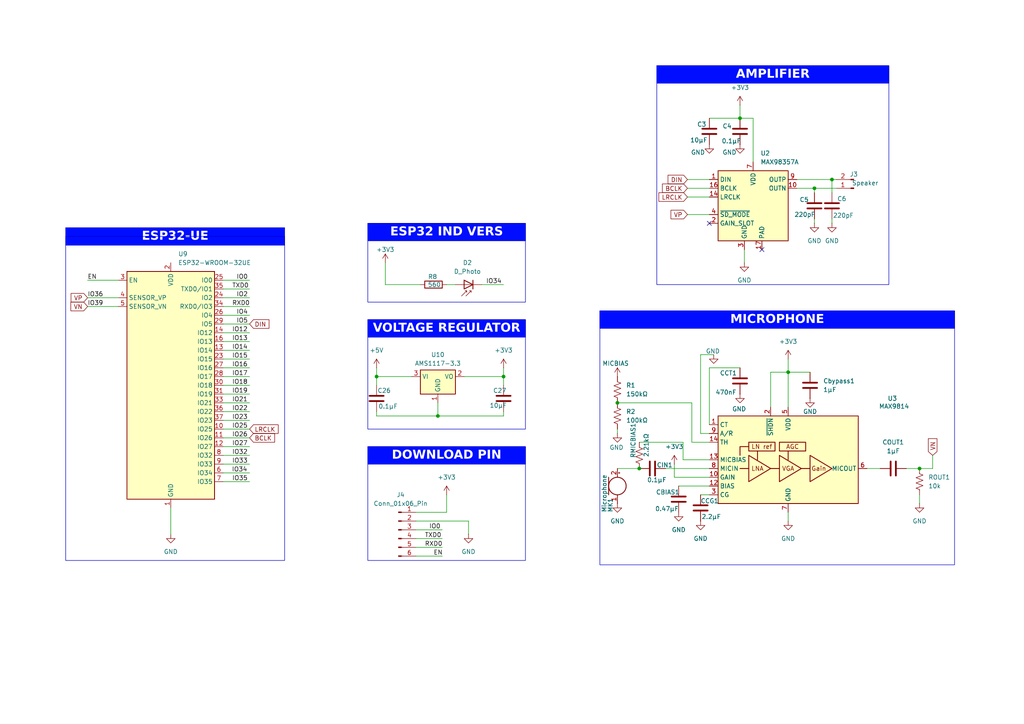
<source format=kicad_sch>
(kicad_sch
	(version 20250114)
	(generator "eeschema")
	(generator_version "9.0")
	(uuid "16083faa-9470-4239-aa25-fc71443a2e2c")
	(paper "A4")
	(lib_symbols
		(symbol "Amplifier_Audio:MAX9814"
			(exclude_from_sim no)
			(in_bom yes)
			(on_board yes)
			(property "Reference" "U"
				(at -20.32 13.97 0)
				(effects
					(font
						(size 1.27 1.27)
					)
					(justify left)
				)
			)
			(property "Value" "MAX9814"
				(at 11.43 13.97 0)
				(effects
					(font
						(size 1.27 1.27)
					)
					(justify left)
				)
			)
			(property "Footprint" "Package_DFN_QFN:DFN-14-1EP_3x3mm_P0.4mm_EP1.78x2.35mm"
				(at 0 0 0)
				(effects
					(font
						(size 1.27 1.27)
					)
					(hide yes)
				)
			)
			(property "Datasheet" "https://datasheets.maximintegrated.com/en/ds/MAX9814.pdf"
				(at 0 0 0)
				(effects
					(font
						(size 1.27 1.27)
					)
					(hide yes)
				)
			)
			(property "Description" "Microphone Amplifier with AGC and Low-Noise Microphone Bias, TDFN-14"
				(at 0 0 0)
				(effects
					(font
						(size 1.27 1.27)
					)
					(hide yes)
				)
			)
			(property "ki_keywords" "audio microphone amplifier"
				(at 0 0 0)
				(effects
					(font
						(size 1.27 1.27)
					)
					(hide yes)
				)
			)
			(property "ki_fp_filters" "*DFN*EP*3x3mm*P0.4mm*"
				(at 0 0 0)
				(effects
					(font
						(size 1.27 1.27)
					)
					(hide yes)
				)
			)
			(symbol "MAX9814_0_0"
				(rectangle
					(start -11.43 5.08)
					(end -3.81 2.54)
					(stroke
						(width 0.254)
						(type default)
					)
					(fill
						(type none)
					)
				)
				(polyline
					(pts
						(xy -11.43 3.81) (xy -13.97 3.81) (xy -13.97 1.27)
					)
					(stroke
						(width 0.254)
						(type default)
					)
					(fill
						(type none)
					)
				)
				(polyline
					(pts
						(xy -11.43 -2.54) (xy -13.97 -2.54)
					)
					(stroke
						(width 0.254)
						(type default)
					)
					(fill
						(type none)
					)
				)
				(polyline
					(pts
						(xy -8.89 2.54) (xy -8.89 0)
					)
					(stroke
						(width 0.254)
						(type default)
					)
					(fill
						(type none)
					)
				)
				(polyline
					(pts
						(xy -5.08 -2.54) (xy -11.43 1.27) (xy -11.43 -6.35) (xy -5.08 -2.54)
					)
					(stroke
						(width 0.254)
						(type default)
					)
					(fill
						(type none)
					)
				)
				(rectangle
					(start -2.54 5.08)
					(end 5.08 2.54)
					(stroke
						(width 0.254)
						(type default)
					)
					(fill
						(type none)
					)
				)
				(polyline
					(pts
						(xy -2.54 -2.54) (xy -5.08 -2.54)
					)
					(stroke
						(width 0.254)
						(type default)
					)
					(fill
						(type none)
					)
				)
				(polyline
					(pts
						(xy 0 2.54) (xy 0 0)
					)
					(stroke
						(width 0.254)
						(type default)
					)
					(fill
						(type none)
					)
				)
				(polyline
					(pts
						(xy 3.81 -2.54) (xy 6.35 -2.54)
					)
					(stroke
						(width 0.254)
						(type default)
					)
					(fill
						(type none)
					)
				)
				(polyline
					(pts
						(xy 3.81 -2.54) (xy -2.54 1.27) (xy -2.54 -6.35) (xy 3.81 -2.54)
					)
					(stroke
						(width 0.254)
						(type default)
					)
					(fill
						(type none)
					)
				)
				(polyline
					(pts
						(xy 12.7 -2.54) (xy 6.35 1.27) (xy 6.35 -6.35) (xy 12.7 -2.54)
					)
					(stroke
						(width 0.254)
						(type default)
					)
					(fill
						(type none)
					)
				)
				(text "LNA"
					(at -8.89 -2.54 0)
					(effects
						(font
							(size 1.27 1.27)
						)
					)
				)
				(text "LN ref"
					(at -7.62 3.81 0)
					(effects
						(font
							(size 1.27 1.27)
						)
					)
				)
				(text "VGA"
					(at 0 -2.54 0)
					(effects
						(font
							(size 1.27 1.27)
						)
					)
				)
				(text "AGC"
					(at 1.27 3.81 0)
					(effects
						(font
							(size 1.27 1.27)
						)
					)
				)
				(text "Gain"
					(at 8.89 -2.54 0)
					(effects
						(font
							(size 1.27 1.27)
						)
					)
				)
			)
			(symbol "MAX9814_0_1"
				(rectangle
					(start -20.32 12.7)
					(end 20.32 -12.7)
					(stroke
						(width 0.254)
						(type default)
					)
					(fill
						(type background)
					)
				)
			)
			(symbol "MAX9814_1_1"
				(pin input line
					(at -22.86 10.16 0)
					(length 2.54)
					(name "CT"
						(effects
							(font
								(size 1.27 1.27)
							)
						)
					)
					(number "1"
						(effects
							(font
								(size 1.27 1.27)
							)
						)
					)
				)
				(pin input line
					(at -22.86 7.62 0)
					(length 2.54)
					(name "A/R"
						(effects
							(font
								(size 1.27 1.27)
							)
						)
					)
					(number "9"
						(effects
							(font
								(size 1.27 1.27)
							)
						)
					)
				)
				(pin input line
					(at -22.86 5.08 0)
					(length 2.54)
					(name "TH"
						(effects
							(font
								(size 1.27 1.27)
							)
						)
					)
					(number "14"
						(effects
							(font
								(size 1.27 1.27)
							)
						)
					)
				)
				(pin output line
					(at -22.86 0 0)
					(length 2.54)
					(name "MICBIAS"
						(effects
							(font
								(size 1.27 1.27)
							)
						)
					)
					(number "13"
						(effects
							(font
								(size 1.27 1.27)
							)
						)
					)
				)
				(pin input line
					(at -22.86 -2.54 0)
					(length 2.54)
					(name "MICIN"
						(effects
							(font
								(size 1.27 1.27)
							)
						)
					)
					(number "8"
						(effects
							(font
								(size 1.27 1.27)
							)
						)
					)
				)
				(pin input line
					(at -22.86 -5.08 0)
					(length 2.54)
					(name "GAIN"
						(effects
							(font
								(size 1.27 1.27)
							)
						)
					)
					(number "10"
						(effects
							(font
								(size 1.27 1.27)
							)
						)
					)
				)
				(pin passive line
					(at -22.86 -7.62 0)
					(length 2.54)
					(name "BIAS"
						(effects
							(font
								(size 1.27 1.27)
							)
						)
					)
					(number "12"
						(effects
							(font
								(size 1.27 1.27)
							)
						)
					)
				)
				(pin passive line
					(at -22.86 -10.16 0)
					(length 2.54)
					(name "CG"
						(effects
							(font
								(size 1.27 1.27)
							)
						)
					)
					(number "3"
						(effects
							(font
								(size 1.27 1.27)
							)
						)
					)
				)
				(pin input line
					(at -5.08 15.24 270)
					(length 2.54)
					(name "~{SHDN}"
						(effects
							(font
								(size 1.27 1.27)
							)
						)
					)
					(number "2"
						(effects
							(font
								(size 1.27 1.27)
							)
						)
					)
				)
				(pin power_in line
					(at 0 15.24 270)
					(length 2.54)
					(name "VDD"
						(effects
							(font
								(size 1.27 1.27)
							)
						)
					)
					(number "5"
						(effects
							(font
								(size 1.27 1.27)
							)
						)
					)
				)
				(pin passive line
					(at 0 -15.24 90)
					(length 2.54)
					(hide yes)
					(name "GND"
						(effects
							(font
								(size 1.27 1.27)
							)
						)
					)
					(number "11"
						(effects
							(font
								(size 1.27 1.27)
							)
						)
					)
				)
				(pin passive line
					(at 0 -15.24 90)
					(length 2.54)
					(hide yes)
					(name "GND"
						(effects
							(font
								(size 1.27 1.27)
							)
						)
					)
					(number "15"
						(effects
							(font
								(size 1.27 1.27)
							)
						)
					)
				)
				(pin passive line
					(at 0 -15.24 90)
					(length 2.54)
					(hide yes)
					(name "GND"
						(effects
							(font
								(size 1.27 1.27)
							)
						)
					)
					(number "4"
						(effects
							(font
								(size 1.27 1.27)
							)
						)
					)
				)
				(pin power_in line
					(at 0 -15.24 90)
					(length 2.54)
					(name "GND"
						(effects
							(font
								(size 1.27 1.27)
							)
						)
					)
					(number "7"
						(effects
							(font
								(size 1.27 1.27)
							)
						)
					)
				)
				(pin output line
					(at 22.86 -2.54 180)
					(length 2.54)
					(name "MICOUT"
						(effects
							(font
								(size 1.27 1.27)
							)
						)
					)
					(number "6"
						(effects
							(font
								(size 1.27 1.27)
							)
						)
					)
				)
			)
			(embedded_fonts no)
		)
		(symbol "Audio:MAX98357A"
			(exclude_from_sim no)
			(in_bom yes)
			(on_board yes)
			(property "Reference" "U"
				(at -8.89 11.43 0)
				(effects
					(font
						(size 1.27 1.27)
					)
				)
			)
			(property "Value" "MAX98357A"
				(at 10.16 11.43 0)
				(effects
					(font
						(size 1.27 1.27)
					)
				)
			)
			(property "Footprint" "Package_DFN_QFN:TQFN-16-1EP_3x3mm_P0.5mm_EP1.23x1.23mm"
				(at -1.27 -2.54 0)
				(effects
					(font
						(size 1.27 1.27)
					)
					(hide yes)
				)
			)
			(property "Datasheet" "https://www.analog.com/media/en/technical-documentation/data-sheets/MAX98357A-MAX98357B.pdf"
				(at 0 -2.54 0)
				(effects
					(font
						(size 1.27 1.27)
					)
					(hide yes)
				)
			)
			(property "Description" "Mono DAC with amplifier, I2S, PCM, TDM, 32-bit, 96khz, 3.2W, TQFP-16"
				(at 0 0 0)
				(effects
					(font
						(size 1.27 1.27)
					)
					(hide yes)
				)
			)
			(property "ki_keywords" "pcm tdm i2s left-justified amplifier audio dac"
				(at 0 0 0)
				(effects
					(font
						(size 1.27 1.27)
					)
					(hide yes)
				)
			)
			(property "ki_fp_filters" "TQFN*3x3mm*P0.5mm*EP1.23x1.23mm*"
				(at 0 0 0)
				(effects
					(font
						(size 1.27 1.27)
					)
					(hide yes)
				)
			)
			(symbol "MAX98357A_1_1"
				(rectangle
					(start -10.16 10.16)
					(end 10.16 -10.16)
					(stroke
						(width 0.254)
						(type default)
					)
					(fill
						(type background)
					)
				)
				(pin input line
					(at -12.7 7.62 0)
					(length 2.54)
					(name "DIN"
						(effects
							(font
								(size 1.27 1.27)
							)
						)
					)
					(number "1"
						(effects
							(font
								(size 1.27 1.27)
							)
						)
					)
				)
				(pin input line
					(at -12.7 5.08 0)
					(length 2.54)
					(name "BCLK"
						(effects
							(font
								(size 1.27 1.27)
							)
						)
					)
					(number "16"
						(effects
							(font
								(size 1.27 1.27)
							)
						)
					)
				)
				(pin input line
					(at -12.7 2.54 0)
					(length 2.54)
					(name "LRCLK"
						(effects
							(font
								(size 1.27 1.27)
							)
						)
					)
					(number "14"
						(effects
							(font
								(size 1.27 1.27)
							)
						)
					)
				)
				(pin input line
					(at -12.7 -2.54 0)
					(length 2.54)
					(name "~{SD_MODE}"
						(effects
							(font
								(size 1.27 1.27)
							)
						)
					)
					(number "4"
						(effects
							(font
								(size 1.27 1.27)
							)
						)
					)
				)
				(pin passive line
					(at -12.7 -5.08 0)
					(length 2.54)
					(name "GAIN_SLOT"
						(effects
							(font
								(size 1.27 1.27)
							)
						)
					)
					(number "2"
						(effects
							(font
								(size 1.27 1.27)
							)
						)
					)
				)
				(pin passive line
					(at -2.54 -12.7 90)
					(length 2.54)
					(hide yes)
					(name "GND"
						(effects
							(font
								(size 1.27 1.27)
							)
						)
					)
					(number "11"
						(effects
							(font
								(size 1.27 1.27)
							)
						)
					)
				)
				(pin passive line
					(at -2.54 -12.7 90)
					(length 2.54)
					(hide yes)
					(name "GND"
						(effects
							(font
								(size 1.27 1.27)
							)
						)
					)
					(number "15"
						(effects
							(font
								(size 1.27 1.27)
							)
						)
					)
				)
				(pin power_in line
					(at -2.54 -12.7 90)
					(length 2.54)
					(name "GND"
						(effects
							(font
								(size 1.27 1.27)
							)
						)
					)
					(number "3"
						(effects
							(font
								(size 1.27 1.27)
							)
						)
					)
				)
				(pin power_in line
					(at 0 12.7 270)
					(length 2.54)
					(name "VDD"
						(effects
							(font
								(size 1.27 1.27)
							)
						)
					)
					(number "7"
						(effects
							(font
								(size 1.27 1.27)
							)
						)
					)
				)
				(pin passive line
					(at 0 12.7 270)
					(length 2.54)
					(hide yes)
					(name "VDD"
						(effects
							(font
								(size 1.27 1.27)
							)
						)
					)
					(number "8"
						(effects
							(font
								(size 1.27 1.27)
							)
						)
					)
				)
				(pin unspecified line
					(at 2.54 -12.7 90)
					(length 2.54)
					(name "PAD"
						(effects
							(font
								(size 1.27 1.27)
							)
						)
					)
					(number "17"
						(effects
							(font
								(size 1.27 1.27)
							)
						)
					)
				)
				(pin no_connect line
					(at 10.16 2.54 180)
					(length 2.54)
					(hide yes)
					(name "NC"
						(effects
							(font
								(size 1.27 1.27)
							)
						)
					)
					(number "5"
						(effects
							(font
								(size 1.27 1.27)
							)
						)
					)
				)
				(pin no_connect line
					(at 10.16 0 180)
					(length 2.54)
					(hide yes)
					(name "NC"
						(effects
							(font
								(size 1.27 1.27)
							)
						)
					)
					(number "6"
						(effects
							(font
								(size 1.27 1.27)
							)
						)
					)
				)
				(pin no_connect line
					(at 10.16 -5.08 180)
					(length 2.54)
					(hide yes)
					(name "NC"
						(effects
							(font
								(size 1.27 1.27)
							)
						)
					)
					(number "12"
						(effects
							(font
								(size 1.27 1.27)
							)
						)
					)
				)
				(pin no_connect line
					(at 10.16 -7.62 180)
					(length 2.54)
					(hide yes)
					(name "NC"
						(effects
							(font
								(size 1.27 1.27)
							)
						)
					)
					(number "13"
						(effects
							(font
								(size 1.27 1.27)
							)
						)
					)
				)
				(pin output line
					(at 12.7 7.62 180)
					(length 2.54)
					(name "OUTP"
						(effects
							(font
								(size 1.27 1.27)
							)
						)
					)
					(number "9"
						(effects
							(font
								(size 1.27 1.27)
							)
						)
					)
				)
				(pin output line
					(at 12.7 5.08 180)
					(length 2.54)
					(name "OUTN"
						(effects
							(font
								(size 1.27 1.27)
							)
						)
					)
					(number "10"
						(effects
							(font
								(size 1.27 1.27)
							)
						)
					)
				)
			)
			(embedded_fonts no)
		)
		(symbol "Connector:Conn_01x02_Pin"
			(pin_names
				(offset 1.016)
				(hide yes)
			)
			(exclude_from_sim no)
			(in_bom yes)
			(on_board yes)
			(property "Reference" "J"
				(at 0 2.54 0)
				(effects
					(font
						(size 1.27 1.27)
					)
				)
			)
			(property "Value" "Conn_01x02_Pin"
				(at 0 -5.08 0)
				(effects
					(font
						(size 1.27 1.27)
					)
				)
			)
			(property "Footprint" ""
				(at 0 0 0)
				(effects
					(font
						(size 1.27 1.27)
					)
					(hide yes)
				)
			)
			(property "Datasheet" "~"
				(at 0 0 0)
				(effects
					(font
						(size 1.27 1.27)
					)
					(hide yes)
				)
			)
			(property "Description" "Generic connector, single row, 01x02, script generated"
				(at 0 0 0)
				(effects
					(font
						(size 1.27 1.27)
					)
					(hide yes)
				)
			)
			(property "ki_locked" ""
				(at 0 0 0)
				(effects
					(font
						(size 1.27 1.27)
					)
				)
			)
			(property "ki_keywords" "connector"
				(at 0 0 0)
				(effects
					(font
						(size 1.27 1.27)
					)
					(hide yes)
				)
			)
			(property "ki_fp_filters" "Connector*:*_1x??_*"
				(at 0 0 0)
				(effects
					(font
						(size 1.27 1.27)
					)
					(hide yes)
				)
			)
			(symbol "Conn_01x02_Pin_1_1"
				(rectangle
					(start 0.8636 0.127)
					(end 0 -0.127)
					(stroke
						(width 0.1524)
						(type default)
					)
					(fill
						(type outline)
					)
				)
				(rectangle
					(start 0.8636 -2.413)
					(end 0 -2.667)
					(stroke
						(width 0.1524)
						(type default)
					)
					(fill
						(type outline)
					)
				)
				(polyline
					(pts
						(xy 1.27 0) (xy 0.8636 0)
					)
					(stroke
						(width 0.1524)
						(type default)
					)
					(fill
						(type none)
					)
				)
				(polyline
					(pts
						(xy 1.27 -2.54) (xy 0.8636 -2.54)
					)
					(stroke
						(width 0.1524)
						(type default)
					)
					(fill
						(type none)
					)
				)
				(pin passive line
					(at 5.08 0 180)
					(length 3.81)
					(name "Pin_1"
						(effects
							(font
								(size 1.27 1.27)
							)
						)
					)
					(number "1"
						(effects
							(font
								(size 1.27 1.27)
							)
						)
					)
				)
				(pin passive line
					(at 5.08 -2.54 180)
					(length 3.81)
					(name "Pin_2"
						(effects
							(font
								(size 1.27 1.27)
							)
						)
					)
					(number "2"
						(effects
							(font
								(size 1.27 1.27)
							)
						)
					)
				)
			)
			(embedded_fonts no)
		)
		(symbol "Connector:Conn_01x06_Pin"
			(pin_names
				(offset 1.016)
				(hide yes)
			)
			(exclude_from_sim no)
			(in_bom yes)
			(on_board yes)
			(property "Reference" "J"
				(at 0 7.62 0)
				(effects
					(font
						(size 1.27 1.27)
					)
				)
			)
			(property "Value" "Conn_01x06_Pin"
				(at 0 -10.16 0)
				(effects
					(font
						(size 1.27 1.27)
					)
				)
			)
			(property "Footprint" ""
				(at 0 0 0)
				(effects
					(font
						(size 1.27 1.27)
					)
					(hide yes)
				)
			)
			(property "Datasheet" "~"
				(at 0 0 0)
				(effects
					(font
						(size 1.27 1.27)
					)
					(hide yes)
				)
			)
			(property "Description" "Generic connector, single row, 01x06, script generated"
				(at 0 0 0)
				(effects
					(font
						(size 1.27 1.27)
					)
					(hide yes)
				)
			)
			(property "ki_locked" ""
				(at 0 0 0)
				(effects
					(font
						(size 1.27 1.27)
					)
				)
			)
			(property "ki_keywords" "connector"
				(at 0 0 0)
				(effects
					(font
						(size 1.27 1.27)
					)
					(hide yes)
				)
			)
			(property "ki_fp_filters" "Connector*:*_1x??_*"
				(at 0 0 0)
				(effects
					(font
						(size 1.27 1.27)
					)
					(hide yes)
				)
			)
			(symbol "Conn_01x06_Pin_1_1"
				(rectangle
					(start 0.8636 5.207)
					(end 0 4.953)
					(stroke
						(width 0.1524)
						(type default)
					)
					(fill
						(type outline)
					)
				)
				(rectangle
					(start 0.8636 2.667)
					(end 0 2.413)
					(stroke
						(width 0.1524)
						(type default)
					)
					(fill
						(type outline)
					)
				)
				(rectangle
					(start 0.8636 0.127)
					(end 0 -0.127)
					(stroke
						(width 0.1524)
						(type default)
					)
					(fill
						(type outline)
					)
				)
				(rectangle
					(start 0.8636 -2.413)
					(end 0 -2.667)
					(stroke
						(width 0.1524)
						(type default)
					)
					(fill
						(type outline)
					)
				)
				(rectangle
					(start 0.8636 -4.953)
					(end 0 -5.207)
					(stroke
						(width 0.1524)
						(type default)
					)
					(fill
						(type outline)
					)
				)
				(rectangle
					(start 0.8636 -7.493)
					(end 0 -7.747)
					(stroke
						(width 0.1524)
						(type default)
					)
					(fill
						(type outline)
					)
				)
				(polyline
					(pts
						(xy 1.27 5.08) (xy 0.8636 5.08)
					)
					(stroke
						(width 0.1524)
						(type default)
					)
					(fill
						(type none)
					)
				)
				(polyline
					(pts
						(xy 1.27 2.54) (xy 0.8636 2.54)
					)
					(stroke
						(width 0.1524)
						(type default)
					)
					(fill
						(type none)
					)
				)
				(polyline
					(pts
						(xy 1.27 0) (xy 0.8636 0)
					)
					(stroke
						(width 0.1524)
						(type default)
					)
					(fill
						(type none)
					)
				)
				(polyline
					(pts
						(xy 1.27 -2.54) (xy 0.8636 -2.54)
					)
					(stroke
						(width 0.1524)
						(type default)
					)
					(fill
						(type none)
					)
				)
				(polyline
					(pts
						(xy 1.27 -5.08) (xy 0.8636 -5.08)
					)
					(stroke
						(width 0.1524)
						(type default)
					)
					(fill
						(type none)
					)
				)
				(polyline
					(pts
						(xy 1.27 -7.62) (xy 0.8636 -7.62)
					)
					(stroke
						(width 0.1524)
						(type default)
					)
					(fill
						(type none)
					)
				)
				(pin passive line
					(at 5.08 5.08 180)
					(length 3.81)
					(name "Pin_1"
						(effects
							(font
								(size 1.27 1.27)
							)
						)
					)
					(number "1"
						(effects
							(font
								(size 1.27 1.27)
							)
						)
					)
				)
				(pin passive line
					(at 5.08 2.54 180)
					(length 3.81)
					(name "Pin_2"
						(effects
							(font
								(size 1.27 1.27)
							)
						)
					)
					(number "2"
						(effects
							(font
								(size 1.27 1.27)
							)
						)
					)
				)
				(pin passive line
					(at 5.08 0 180)
					(length 3.81)
					(name "Pin_3"
						(effects
							(font
								(size 1.27 1.27)
							)
						)
					)
					(number "3"
						(effects
							(font
								(size 1.27 1.27)
							)
						)
					)
				)
				(pin passive line
					(at 5.08 -2.54 180)
					(length 3.81)
					(name "Pin_4"
						(effects
							(font
								(size 1.27 1.27)
							)
						)
					)
					(number "4"
						(effects
							(font
								(size 1.27 1.27)
							)
						)
					)
				)
				(pin passive line
					(at 5.08 -5.08 180)
					(length 3.81)
					(name "Pin_5"
						(effects
							(font
								(size 1.27 1.27)
							)
						)
					)
					(number "5"
						(effects
							(font
								(size 1.27 1.27)
							)
						)
					)
				)
				(pin passive line
					(at 5.08 -7.62 180)
					(length 3.81)
					(name "Pin_6"
						(effects
							(font
								(size 1.27 1.27)
							)
						)
					)
					(number "6"
						(effects
							(font
								(size 1.27 1.27)
							)
						)
					)
				)
			)
			(embedded_fonts no)
		)
		(symbol "Device:C"
			(pin_numbers
				(hide yes)
			)
			(pin_names
				(offset 0.254)
			)
			(exclude_from_sim no)
			(in_bom yes)
			(on_board yes)
			(property "Reference" "C"
				(at 0.635 2.54 0)
				(effects
					(font
						(size 1.27 1.27)
					)
					(justify left)
				)
			)
			(property "Value" "C"
				(at 0.635 -2.54 0)
				(effects
					(font
						(size 1.27 1.27)
					)
					(justify left)
				)
			)
			(property "Footprint" ""
				(at 0.9652 -3.81 0)
				(effects
					(font
						(size 1.27 1.27)
					)
					(hide yes)
				)
			)
			(property "Datasheet" "~"
				(at 0 0 0)
				(effects
					(font
						(size 1.27 1.27)
					)
					(hide yes)
				)
			)
			(property "Description" "Unpolarized capacitor"
				(at 0 0 0)
				(effects
					(font
						(size 1.27 1.27)
					)
					(hide yes)
				)
			)
			(property "ki_keywords" "cap capacitor"
				(at 0 0 0)
				(effects
					(font
						(size 1.27 1.27)
					)
					(hide yes)
				)
			)
			(property "ki_fp_filters" "C_*"
				(at 0 0 0)
				(effects
					(font
						(size 1.27 1.27)
					)
					(hide yes)
				)
			)
			(symbol "C_0_1"
				(polyline
					(pts
						(xy -2.032 0.762) (xy 2.032 0.762)
					)
					(stroke
						(width 0.508)
						(type default)
					)
					(fill
						(type none)
					)
				)
				(polyline
					(pts
						(xy -2.032 -0.762) (xy 2.032 -0.762)
					)
					(stroke
						(width 0.508)
						(type default)
					)
					(fill
						(type none)
					)
				)
			)
			(symbol "C_1_1"
				(pin passive line
					(at 0 3.81 270)
					(length 2.794)
					(name "~"
						(effects
							(font
								(size 1.27 1.27)
							)
						)
					)
					(number "1"
						(effects
							(font
								(size 1.27 1.27)
							)
						)
					)
				)
				(pin passive line
					(at 0 -3.81 90)
					(length 2.794)
					(name "~"
						(effects
							(font
								(size 1.27 1.27)
							)
						)
					)
					(number "2"
						(effects
							(font
								(size 1.27 1.27)
							)
						)
					)
				)
			)
			(embedded_fonts no)
		)
		(symbol "Device:D_Photo"
			(pin_numbers
				(hide yes)
			)
			(pin_names
				(hide yes)
			)
			(exclude_from_sim no)
			(in_bom yes)
			(on_board yes)
			(property "Reference" "D"
				(at 0.508 1.778 0)
				(effects
					(font
						(size 1.27 1.27)
					)
					(justify left)
				)
			)
			(property "Value" "D_Photo"
				(at -1.016 -2.794 0)
				(effects
					(font
						(size 1.27 1.27)
					)
				)
			)
			(property "Footprint" ""
				(at -1.27 0 0)
				(effects
					(font
						(size 1.27 1.27)
					)
					(hide yes)
				)
			)
			(property "Datasheet" "~"
				(at -1.27 0 0)
				(effects
					(font
						(size 1.27 1.27)
					)
					(hide yes)
				)
			)
			(property "Description" "Photodiode"
				(at 0 0 0)
				(effects
					(font
						(size 1.27 1.27)
					)
					(hide yes)
				)
			)
			(property "ki_keywords" "photodiode diode opto"
				(at 0 0 0)
				(effects
					(font
						(size 1.27 1.27)
					)
					(hide yes)
				)
			)
			(symbol "D_Photo_0_1"
				(polyline
					(pts
						(xy -2.54 1.27) (xy -2.54 -1.27)
					)
					(stroke
						(width 0.254)
						(type default)
					)
					(fill
						(type none)
					)
				)
				(polyline
					(pts
						(xy -2.032 1.778) (xy -1.524 1.778)
					)
					(stroke
						(width 0)
						(type default)
					)
					(fill
						(type none)
					)
				)
				(polyline
					(pts
						(xy -0.508 3.302) (xy -2.032 1.778) (xy -2.032 2.286)
					)
					(stroke
						(width 0)
						(type default)
					)
					(fill
						(type none)
					)
				)
				(polyline
					(pts
						(xy 0 0) (xy -2.54 0)
					)
					(stroke
						(width 0)
						(type default)
					)
					(fill
						(type none)
					)
				)
				(polyline
					(pts
						(xy 0 -1.27) (xy 0 1.27) (xy -2.54 0) (xy 0 -1.27)
					)
					(stroke
						(width 0.254)
						(type default)
					)
					(fill
						(type none)
					)
				)
				(polyline
					(pts
						(xy 0.762 3.302) (xy -0.762 1.778) (xy -0.762 2.286) (xy -0.762 1.778) (xy -0.254 1.778)
					)
					(stroke
						(width 0)
						(type default)
					)
					(fill
						(type none)
					)
				)
			)
			(symbol "D_Photo_1_1"
				(pin passive line
					(at -5.08 0 0)
					(length 2.54)
					(name "K"
						(effects
							(font
								(size 1.27 1.27)
							)
						)
					)
					(number "1"
						(effects
							(font
								(size 1.27 1.27)
							)
						)
					)
				)
				(pin passive line
					(at 2.54 0 180)
					(length 2.54)
					(name "A"
						(effects
							(font
								(size 1.27 1.27)
							)
						)
					)
					(number "2"
						(effects
							(font
								(size 1.27 1.27)
							)
						)
					)
				)
			)
			(embedded_fonts no)
		)
		(symbol "Device:Microphone"
			(pin_names
				(offset 0.0254)
				(hide yes)
			)
			(exclude_from_sim no)
			(in_bom yes)
			(on_board yes)
			(property "Reference" "MK"
				(at -3.81 1.27 0)
				(effects
					(font
						(size 1.27 1.27)
					)
					(justify right)
				)
			)
			(property "Value" "Microphone"
				(at -3.81 -0.635 0)
				(effects
					(font
						(size 1.27 1.27)
					)
					(justify right)
				)
			)
			(property "Footprint" ""
				(at 0 2.54 90)
				(effects
					(font
						(size 1.27 1.27)
					)
					(hide yes)
				)
			)
			(property "Datasheet" "~"
				(at 0 2.54 90)
				(effects
					(font
						(size 1.27 1.27)
					)
					(hide yes)
				)
			)
			(property "Description" "Microphone"
				(at 0 0 0)
				(effects
					(font
						(size 1.27 1.27)
					)
					(hide yes)
				)
			)
			(property "ki_keywords" "microphone"
				(at 0 0 0)
				(effects
					(font
						(size 1.27 1.27)
					)
					(hide yes)
				)
			)
			(symbol "Microphone_0_1"
				(polyline
					(pts
						(xy -2.54 2.54) (xy -2.54 -2.54)
					)
					(stroke
						(width 0.254)
						(type default)
					)
					(fill
						(type none)
					)
				)
				(circle
					(center 0 0)
					(radius 2.54)
					(stroke
						(width 0.254)
						(type default)
					)
					(fill
						(type none)
					)
				)
				(polyline
					(pts
						(xy 0.254 3.81) (xy 0.762 3.81)
					)
					(stroke
						(width 0)
						(type default)
					)
					(fill
						(type none)
					)
				)
				(polyline
					(pts
						(xy 0.508 4.064) (xy 0.508 3.556)
					)
					(stroke
						(width 0)
						(type default)
					)
					(fill
						(type none)
					)
				)
			)
			(symbol "Microphone_1_1"
				(pin passive line
					(at 0 5.08 270)
					(length 2.54)
					(name "+"
						(effects
							(font
								(size 1.27 1.27)
							)
						)
					)
					(number "2"
						(effects
							(font
								(size 1.27 1.27)
							)
						)
					)
				)
				(pin passive line
					(at 0 -5.08 90)
					(length 2.54)
					(name "-"
						(effects
							(font
								(size 1.27 1.27)
							)
						)
					)
					(number "1"
						(effects
							(font
								(size 1.27 1.27)
							)
						)
					)
				)
			)
			(embedded_fonts no)
		)
		(symbol "Device:R"
			(pin_numbers
				(hide yes)
			)
			(pin_names
				(offset 0)
			)
			(exclude_from_sim no)
			(in_bom yes)
			(on_board yes)
			(property "Reference" "R"
				(at 2.032 0 90)
				(effects
					(font
						(size 1.27 1.27)
					)
				)
			)
			(property "Value" "R"
				(at 0 0 90)
				(effects
					(font
						(size 1.27 1.27)
					)
				)
			)
			(property "Footprint" ""
				(at -1.778 0 90)
				(effects
					(font
						(size 1.27 1.27)
					)
					(hide yes)
				)
			)
			(property "Datasheet" "~"
				(at 0 0 0)
				(effects
					(font
						(size 1.27 1.27)
					)
					(hide yes)
				)
			)
			(property "Description" "Resistor"
				(at 0 0 0)
				(effects
					(font
						(size 1.27 1.27)
					)
					(hide yes)
				)
			)
			(property "ki_keywords" "R res resistor"
				(at 0 0 0)
				(effects
					(font
						(size 1.27 1.27)
					)
					(hide yes)
				)
			)
			(property "ki_fp_filters" "R_*"
				(at 0 0 0)
				(effects
					(font
						(size 1.27 1.27)
					)
					(hide yes)
				)
			)
			(symbol "R_0_1"
				(rectangle
					(start -1.016 -2.54)
					(end 1.016 2.54)
					(stroke
						(width 0.254)
						(type default)
					)
					(fill
						(type none)
					)
				)
			)
			(symbol "R_1_1"
				(pin passive line
					(at 0 3.81 270)
					(length 1.27)
					(name "~"
						(effects
							(font
								(size 1.27 1.27)
							)
						)
					)
					(number "1"
						(effects
							(font
								(size 1.27 1.27)
							)
						)
					)
				)
				(pin passive line
					(at 0 -3.81 90)
					(length 1.27)
					(name "~"
						(effects
							(font
								(size 1.27 1.27)
							)
						)
					)
					(number "2"
						(effects
							(font
								(size 1.27 1.27)
							)
						)
					)
				)
			)
			(embedded_fonts no)
		)
		(symbol "Device:R_US"
			(pin_numbers
				(hide yes)
			)
			(pin_names
				(offset 0)
			)
			(exclude_from_sim no)
			(in_bom yes)
			(on_board yes)
			(property "Reference" "R"
				(at 2.54 0 90)
				(effects
					(font
						(size 1.27 1.27)
					)
				)
			)
			(property "Value" "R_US"
				(at -2.54 0 90)
				(effects
					(font
						(size 1.27 1.27)
					)
				)
			)
			(property "Footprint" ""
				(at 1.016 -0.254 90)
				(effects
					(font
						(size 1.27 1.27)
					)
					(hide yes)
				)
			)
			(property "Datasheet" "~"
				(at 0 0 0)
				(effects
					(font
						(size 1.27 1.27)
					)
					(hide yes)
				)
			)
			(property "Description" "Resistor, US symbol"
				(at 0 0 0)
				(effects
					(font
						(size 1.27 1.27)
					)
					(hide yes)
				)
			)
			(property "ki_keywords" "R res resistor"
				(at 0 0 0)
				(effects
					(font
						(size 1.27 1.27)
					)
					(hide yes)
				)
			)
			(property "ki_fp_filters" "R_*"
				(at 0 0 0)
				(effects
					(font
						(size 1.27 1.27)
					)
					(hide yes)
				)
			)
			(symbol "R_US_0_1"
				(polyline
					(pts
						(xy 0 2.286) (xy 0 2.54)
					)
					(stroke
						(width 0)
						(type default)
					)
					(fill
						(type none)
					)
				)
				(polyline
					(pts
						(xy 0 2.286) (xy 1.016 1.905) (xy 0 1.524) (xy -1.016 1.143) (xy 0 0.762)
					)
					(stroke
						(width 0)
						(type default)
					)
					(fill
						(type none)
					)
				)
				(polyline
					(pts
						(xy 0 0.762) (xy 1.016 0.381) (xy 0 0) (xy -1.016 -0.381) (xy 0 -0.762)
					)
					(stroke
						(width 0)
						(type default)
					)
					(fill
						(type none)
					)
				)
				(polyline
					(pts
						(xy 0 -0.762) (xy 1.016 -1.143) (xy 0 -1.524) (xy -1.016 -1.905) (xy 0 -2.286)
					)
					(stroke
						(width 0)
						(type default)
					)
					(fill
						(type none)
					)
				)
				(polyline
					(pts
						(xy 0 -2.286) (xy 0 -2.54)
					)
					(stroke
						(width 0)
						(type default)
					)
					(fill
						(type none)
					)
				)
			)
			(symbol "R_US_1_1"
				(pin passive line
					(at 0 3.81 270)
					(length 1.27)
					(name "~"
						(effects
							(font
								(size 1.27 1.27)
							)
						)
					)
					(number "1"
						(effects
							(font
								(size 1.27 1.27)
							)
						)
					)
				)
				(pin passive line
					(at 0 -3.81 90)
					(length 1.27)
					(name "~"
						(effects
							(font
								(size 1.27 1.27)
							)
						)
					)
					(number "2"
						(effects
							(font
								(size 1.27 1.27)
							)
						)
					)
				)
			)
			(embedded_fonts no)
		)
		(symbol "RF_Module:ESP32-WROOM-32UE"
			(exclude_from_sim no)
			(in_bom yes)
			(on_board yes)
			(property "Reference" "U"
				(at -12.7 34.29 0)
				(effects
					(font
						(size 1.27 1.27)
					)
					(justify left)
				)
			)
			(property "Value" "ESP32-WROOM-32UE"
				(at 1.27 34.29 0)
				(effects
					(font
						(size 1.27 1.27)
					)
					(justify left)
				)
			)
			(property "Footprint" "RF_Module:ESP32-WROOM-32UE"
				(at 16.51 -34.29 0)
				(effects
					(font
						(size 1.27 1.27)
					)
					(hide yes)
				)
			)
			(property "Datasheet" "https://www.espressif.com/sites/default/files/documentation/esp32-wroom-32e_esp32-wroom-32ue_datasheet_en.pdf"
				(at 0 0 0)
				(effects
					(font
						(size 1.27 1.27)
					)
					(hide yes)
				)
			)
			(property "Description" "RF Module, ESP32-D0WD-V3 SoC, without PSRAM, Wi-Fi 802.11b/g/n, Bluetooth, BLE, 32-bit, 2.7-3.6V, external antenna, SMD"
				(at 0 0 0)
				(effects
					(font
						(size 1.27 1.27)
					)
					(hide yes)
				)
			)
			(property "ki_keywords" "RF Radio BT ESP ESP32 Espressif external U.FL antenna"
				(at 0 0 0)
				(effects
					(font
						(size 1.27 1.27)
					)
					(hide yes)
				)
			)
			(property "ki_fp_filters" "ESP32?WROOM?32UE*"
				(at 0 0 0)
				(effects
					(font
						(size 1.27 1.27)
					)
					(hide yes)
				)
			)
			(symbol "ESP32-WROOM-32UE_0_1"
				(rectangle
					(start -12.7 33.02)
					(end 12.7 -33.02)
					(stroke
						(width 0.254)
						(type default)
					)
					(fill
						(type background)
					)
				)
			)
			(symbol "ESP32-WROOM-32UE_1_1"
				(pin input line
					(at -15.24 30.48 0)
					(length 2.54)
					(name "EN"
						(effects
							(font
								(size 1.27 1.27)
							)
						)
					)
					(number "3"
						(effects
							(font
								(size 1.27 1.27)
							)
						)
					)
				)
				(pin input line
					(at -15.24 25.4 0)
					(length 2.54)
					(name "SENSOR_VP"
						(effects
							(font
								(size 1.27 1.27)
							)
						)
					)
					(number "4"
						(effects
							(font
								(size 1.27 1.27)
							)
						)
					)
				)
				(pin input line
					(at -15.24 22.86 0)
					(length 2.54)
					(name "SENSOR_VN"
						(effects
							(font
								(size 1.27 1.27)
							)
						)
					)
					(number "5"
						(effects
							(font
								(size 1.27 1.27)
							)
						)
					)
				)
				(pin no_connect line
					(at -12.7 0 0)
					(length 2.54)
					(hide yes)
					(name "NC"
						(effects
							(font
								(size 1.27 1.27)
							)
						)
					)
					(number "21"
						(effects
							(font
								(size 1.27 1.27)
							)
						)
					)
				)
				(pin no_connect line
					(at -12.7 -2.54 0)
					(length 2.54)
					(hide yes)
					(name "NC"
						(effects
							(font
								(size 1.27 1.27)
							)
						)
					)
					(number "22"
						(effects
							(font
								(size 1.27 1.27)
							)
						)
					)
				)
				(pin no_connect line
					(at -12.7 -5.08 0)
					(length 2.54)
					(hide yes)
					(name "NC"
						(effects
							(font
								(size 1.27 1.27)
							)
						)
					)
					(number "17"
						(effects
							(font
								(size 1.27 1.27)
							)
						)
					)
				)
				(pin no_connect line
					(at -12.7 -7.62 0)
					(length 2.54)
					(hide yes)
					(name "NC"
						(effects
							(font
								(size 1.27 1.27)
							)
						)
					)
					(number "18"
						(effects
							(font
								(size 1.27 1.27)
							)
						)
					)
				)
				(pin no_connect line
					(at -12.7 -10.16 0)
					(length 2.54)
					(hide yes)
					(name "NC"
						(effects
							(font
								(size 1.27 1.27)
							)
						)
					)
					(number "20"
						(effects
							(font
								(size 1.27 1.27)
							)
						)
					)
				)
				(pin no_connect line
					(at -12.7 -12.7 0)
					(length 2.54)
					(hide yes)
					(name "NC"
						(effects
							(font
								(size 1.27 1.27)
							)
						)
					)
					(number "19"
						(effects
							(font
								(size 1.27 1.27)
							)
						)
					)
				)
				(pin no_connect line
					(at -12.7 -27.94 0)
					(length 2.54)
					(hide yes)
					(name "NC"
						(effects
							(font
								(size 1.27 1.27)
							)
						)
					)
					(number "32"
						(effects
							(font
								(size 1.27 1.27)
							)
						)
					)
				)
				(pin power_in line
					(at 0 35.56 270)
					(length 2.54)
					(name "VDD"
						(effects
							(font
								(size 1.27 1.27)
							)
						)
					)
					(number "2"
						(effects
							(font
								(size 1.27 1.27)
							)
						)
					)
				)
				(pin power_in line
					(at 0 -35.56 90)
					(length 2.54)
					(name "GND"
						(effects
							(font
								(size 1.27 1.27)
							)
						)
					)
					(number "1"
						(effects
							(font
								(size 1.27 1.27)
							)
						)
					)
				)
				(pin passive line
					(at 0 -35.56 90)
					(length 2.54)
					(hide yes)
					(name "GND"
						(effects
							(font
								(size 1.27 1.27)
							)
						)
					)
					(number "15"
						(effects
							(font
								(size 1.27 1.27)
							)
						)
					)
				)
				(pin passive line
					(at 0 -35.56 90)
					(length 2.54)
					(hide yes)
					(name "GND"
						(effects
							(font
								(size 1.27 1.27)
							)
						)
					)
					(number "38"
						(effects
							(font
								(size 1.27 1.27)
							)
						)
					)
				)
				(pin passive line
					(at 0 -35.56 90)
					(length 2.54)
					(hide yes)
					(name "GND"
						(effects
							(font
								(size 1.27 1.27)
							)
						)
					)
					(number "39"
						(effects
							(font
								(size 1.27 1.27)
							)
						)
					)
				)
				(pin bidirectional line
					(at 15.24 30.48 180)
					(length 2.54)
					(name "IO0"
						(effects
							(font
								(size 1.27 1.27)
							)
						)
					)
					(number "25"
						(effects
							(font
								(size 1.27 1.27)
							)
						)
					)
				)
				(pin bidirectional line
					(at 15.24 27.94 180)
					(length 2.54)
					(name "TXD0/IO1"
						(effects
							(font
								(size 1.27 1.27)
							)
						)
					)
					(number "35"
						(effects
							(font
								(size 1.27 1.27)
							)
						)
					)
				)
				(pin bidirectional line
					(at 15.24 25.4 180)
					(length 2.54)
					(name "IO2"
						(effects
							(font
								(size 1.27 1.27)
							)
						)
					)
					(number "24"
						(effects
							(font
								(size 1.27 1.27)
							)
						)
					)
				)
				(pin bidirectional line
					(at 15.24 22.86 180)
					(length 2.54)
					(name "RXD0/IO3"
						(effects
							(font
								(size 1.27 1.27)
							)
						)
					)
					(number "34"
						(effects
							(font
								(size 1.27 1.27)
							)
						)
					)
				)
				(pin bidirectional line
					(at 15.24 20.32 180)
					(length 2.54)
					(name "IO4"
						(effects
							(font
								(size 1.27 1.27)
							)
						)
					)
					(number "26"
						(effects
							(font
								(size 1.27 1.27)
							)
						)
					)
				)
				(pin bidirectional line
					(at 15.24 17.78 180)
					(length 2.54)
					(name "IO5"
						(effects
							(font
								(size 1.27 1.27)
							)
						)
					)
					(number "29"
						(effects
							(font
								(size 1.27 1.27)
							)
						)
					)
				)
				(pin bidirectional line
					(at 15.24 15.24 180)
					(length 2.54)
					(name "IO12"
						(effects
							(font
								(size 1.27 1.27)
							)
						)
					)
					(number "14"
						(effects
							(font
								(size 1.27 1.27)
							)
						)
					)
				)
				(pin bidirectional line
					(at 15.24 12.7 180)
					(length 2.54)
					(name "IO13"
						(effects
							(font
								(size 1.27 1.27)
							)
						)
					)
					(number "16"
						(effects
							(font
								(size 1.27 1.27)
							)
						)
					)
				)
				(pin bidirectional line
					(at 15.24 10.16 180)
					(length 2.54)
					(name "IO14"
						(effects
							(font
								(size 1.27 1.27)
							)
						)
					)
					(number "13"
						(effects
							(font
								(size 1.27 1.27)
							)
						)
					)
				)
				(pin bidirectional line
					(at 15.24 7.62 180)
					(length 2.54)
					(name "IO15"
						(effects
							(font
								(size 1.27 1.27)
							)
						)
					)
					(number "23"
						(effects
							(font
								(size 1.27 1.27)
							)
						)
					)
				)
				(pin bidirectional line
					(at 15.24 5.08 180)
					(length 2.54)
					(name "IO16"
						(effects
							(font
								(size 1.27 1.27)
							)
						)
					)
					(number "27"
						(effects
							(font
								(size 1.27 1.27)
							)
						)
					)
				)
				(pin bidirectional line
					(at 15.24 2.54 180)
					(length 2.54)
					(name "IO17"
						(effects
							(font
								(size 1.27 1.27)
							)
						)
					)
					(number "28"
						(effects
							(font
								(size 1.27 1.27)
							)
						)
					)
				)
				(pin bidirectional line
					(at 15.24 0 180)
					(length 2.54)
					(name "IO18"
						(effects
							(font
								(size 1.27 1.27)
							)
						)
					)
					(number "30"
						(effects
							(font
								(size 1.27 1.27)
							)
						)
					)
				)
				(pin bidirectional line
					(at 15.24 -2.54 180)
					(length 2.54)
					(name "IO19"
						(effects
							(font
								(size 1.27 1.27)
							)
						)
					)
					(number "31"
						(effects
							(font
								(size 1.27 1.27)
							)
						)
					)
				)
				(pin bidirectional line
					(at 15.24 -5.08 180)
					(length 2.54)
					(name "IO21"
						(effects
							(font
								(size 1.27 1.27)
							)
						)
					)
					(number "33"
						(effects
							(font
								(size 1.27 1.27)
							)
						)
					)
				)
				(pin bidirectional line
					(at 15.24 -7.62 180)
					(length 2.54)
					(name "IO22"
						(effects
							(font
								(size 1.27 1.27)
							)
						)
					)
					(number "36"
						(effects
							(font
								(size 1.27 1.27)
							)
						)
					)
				)
				(pin bidirectional line
					(at 15.24 -10.16 180)
					(length 2.54)
					(name "IO23"
						(effects
							(font
								(size 1.27 1.27)
							)
						)
					)
					(number "37"
						(effects
							(font
								(size 1.27 1.27)
							)
						)
					)
				)
				(pin bidirectional line
					(at 15.24 -12.7 180)
					(length 2.54)
					(name "IO25"
						(effects
							(font
								(size 1.27 1.27)
							)
						)
					)
					(number "10"
						(effects
							(font
								(size 1.27 1.27)
							)
						)
					)
				)
				(pin bidirectional line
					(at 15.24 -15.24 180)
					(length 2.54)
					(name "IO26"
						(effects
							(font
								(size 1.27 1.27)
							)
						)
					)
					(number "11"
						(effects
							(font
								(size 1.27 1.27)
							)
						)
					)
				)
				(pin bidirectional line
					(at 15.24 -17.78 180)
					(length 2.54)
					(name "IO27"
						(effects
							(font
								(size 1.27 1.27)
							)
						)
					)
					(number "12"
						(effects
							(font
								(size 1.27 1.27)
							)
						)
					)
				)
				(pin bidirectional line
					(at 15.24 -20.32 180)
					(length 2.54)
					(name "IO32"
						(effects
							(font
								(size 1.27 1.27)
							)
						)
					)
					(number "8"
						(effects
							(font
								(size 1.27 1.27)
							)
						)
					)
				)
				(pin bidirectional line
					(at 15.24 -22.86 180)
					(length 2.54)
					(name "IO33"
						(effects
							(font
								(size 1.27 1.27)
							)
						)
					)
					(number "9"
						(effects
							(font
								(size 1.27 1.27)
							)
						)
					)
				)
				(pin input line
					(at 15.24 -25.4 180)
					(length 2.54)
					(name "IO34"
						(effects
							(font
								(size 1.27 1.27)
							)
						)
					)
					(number "6"
						(effects
							(font
								(size 1.27 1.27)
							)
						)
					)
				)
				(pin input line
					(at 15.24 -27.94 180)
					(length 2.54)
					(name "IO35"
						(effects
							(font
								(size 1.27 1.27)
							)
						)
					)
					(number "7"
						(effects
							(font
								(size 1.27 1.27)
							)
						)
					)
				)
			)
			(embedded_fonts no)
		)
		(symbol "Regulator_Linear:AMS1117-3.3"
			(exclude_from_sim no)
			(in_bom yes)
			(on_board yes)
			(property "Reference" "U"
				(at -3.81 3.175 0)
				(effects
					(font
						(size 1.27 1.27)
					)
				)
			)
			(property "Value" "AMS1117-3.3"
				(at 0 3.175 0)
				(effects
					(font
						(size 1.27 1.27)
					)
					(justify left)
				)
			)
			(property "Footprint" "Package_TO_SOT_SMD:SOT-223-3_TabPin2"
				(at 0 5.08 0)
				(effects
					(font
						(size 1.27 1.27)
					)
					(hide yes)
				)
			)
			(property "Datasheet" "http://www.advanced-monolithic.com/pdf/ds1117.pdf"
				(at 2.54 -6.35 0)
				(effects
					(font
						(size 1.27 1.27)
					)
					(hide yes)
				)
			)
			(property "Description" "1A Low Dropout regulator, positive, 3.3V fixed output, SOT-223"
				(at 0 0 0)
				(effects
					(font
						(size 1.27 1.27)
					)
					(hide yes)
				)
			)
			(property "ki_keywords" "linear regulator ldo fixed positive"
				(at 0 0 0)
				(effects
					(font
						(size 1.27 1.27)
					)
					(hide yes)
				)
			)
			(property "ki_fp_filters" "SOT?223*TabPin2*"
				(at 0 0 0)
				(effects
					(font
						(size 1.27 1.27)
					)
					(hide yes)
				)
			)
			(symbol "AMS1117-3.3_0_1"
				(rectangle
					(start -5.08 -5.08)
					(end 5.08 1.905)
					(stroke
						(width 0.254)
						(type default)
					)
					(fill
						(type background)
					)
				)
			)
			(symbol "AMS1117-3.3_1_1"
				(pin power_in line
					(at -7.62 0 0)
					(length 2.54)
					(name "VI"
						(effects
							(font
								(size 1.27 1.27)
							)
						)
					)
					(number "3"
						(effects
							(font
								(size 1.27 1.27)
							)
						)
					)
				)
				(pin power_in line
					(at 0 -7.62 90)
					(length 2.54)
					(name "GND"
						(effects
							(font
								(size 1.27 1.27)
							)
						)
					)
					(number "1"
						(effects
							(font
								(size 1.27 1.27)
							)
						)
					)
				)
				(pin power_out line
					(at 7.62 0 180)
					(length 2.54)
					(name "VO"
						(effects
							(font
								(size 1.27 1.27)
							)
						)
					)
					(number "2"
						(effects
							(font
								(size 1.27 1.27)
							)
						)
					)
				)
			)
			(embedded_fonts no)
		)
		(symbol "power:+3V3"
			(power)
			(pin_numbers
				(hide yes)
			)
			(pin_names
				(offset 0)
				(hide yes)
			)
			(exclude_from_sim no)
			(in_bom yes)
			(on_board yes)
			(property "Reference" "#PWR"
				(at 0 -3.81 0)
				(effects
					(font
						(size 1.27 1.27)
					)
					(hide yes)
				)
			)
			(property "Value" "+3V3"
				(at 0 3.556 0)
				(effects
					(font
						(size 1.27 1.27)
					)
				)
			)
			(property "Footprint" ""
				(at 0 0 0)
				(effects
					(font
						(size 1.27 1.27)
					)
					(hide yes)
				)
			)
			(property "Datasheet" ""
				(at 0 0 0)
				(effects
					(font
						(size 1.27 1.27)
					)
					(hide yes)
				)
			)
			(property "Description" "Power symbol creates a global label with name \"+3V3\""
				(at 0 0 0)
				(effects
					(font
						(size 1.27 1.27)
					)
					(hide yes)
				)
			)
			(property "ki_keywords" "global power"
				(at 0 0 0)
				(effects
					(font
						(size 1.27 1.27)
					)
					(hide yes)
				)
			)
			(symbol "+3V3_0_1"
				(polyline
					(pts
						(xy -0.762 1.27) (xy 0 2.54)
					)
					(stroke
						(width 0)
						(type default)
					)
					(fill
						(type none)
					)
				)
				(polyline
					(pts
						(xy 0 2.54) (xy 0.762 1.27)
					)
					(stroke
						(width 0)
						(type default)
					)
					(fill
						(type none)
					)
				)
				(polyline
					(pts
						(xy 0 0) (xy 0 2.54)
					)
					(stroke
						(width 0)
						(type default)
					)
					(fill
						(type none)
					)
				)
			)
			(symbol "+3V3_1_1"
				(pin power_in line
					(at 0 0 90)
					(length 0)
					(name "~"
						(effects
							(font
								(size 1.27 1.27)
							)
						)
					)
					(number "1"
						(effects
							(font
								(size 1.27 1.27)
							)
						)
					)
				)
			)
			(embedded_fonts no)
		)
		(symbol "power:+5V"
			(power)
			(pin_numbers
				(hide yes)
			)
			(pin_names
				(offset 0)
				(hide yes)
			)
			(exclude_from_sim no)
			(in_bom yes)
			(on_board yes)
			(property "Reference" "#PWR"
				(at 0 -3.81 0)
				(effects
					(font
						(size 1.27 1.27)
					)
					(hide yes)
				)
			)
			(property "Value" "+5V"
				(at 0 3.556 0)
				(effects
					(font
						(size 1.27 1.27)
					)
				)
			)
			(property "Footprint" ""
				(at 0 0 0)
				(effects
					(font
						(size 1.27 1.27)
					)
					(hide yes)
				)
			)
			(property "Datasheet" ""
				(at 0 0 0)
				(effects
					(font
						(size 1.27 1.27)
					)
					(hide yes)
				)
			)
			(property "Description" "Power symbol creates a global label with name \"+5V\""
				(at 0 0 0)
				(effects
					(font
						(size 1.27 1.27)
					)
					(hide yes)
				)
			)
			(property "ki_keywords" "global power"
				(at 0 0 0)
				(effects
					(font
						(size 1.27 1.27)
					)
					(hide yes)
				)
			)
			(symbol "+5V_0_1"
				(polyline
					(pts
						(xy -0.762 1.27) (xy 0 2.54)
					)
					(stroke
						(width 0)
						(type default)
					)
					(fill
						(type none)
					)
				)
				(polyline
					(pts
						(xy 0 2.54) (xy 0.762 1.27)
					)
					(stroke
						(width 0)
						(type default)
					)
					(fill
						(type none)
					)
				)
				(polyline
					(pts
						(xy 0 0) (xy 0 2.54)
					)
					(stroke
						(width 0)
						(type default)
					)
					(fill
						(type none)
					)
				)
			)
			(symbol "+5V_1_1"
				(pin power_in line
					(at 0 0 90)
					(length 0)
					(name "~"
						(effects
							(font
								(size 1.27 1.27)
							)
						)
					)
					(number "1"
						(effects
							(font
								(size 1.27 1.27)
							)
						)
					)
				)
			)
			(embedded_fonts no)
		)
		(symbol "power:GND"
			(power)
			(pin_numbers
				(hide yes)
			)
			(pin_names
				(offset 0)
				(hide yes)
			)
			(exclude_from_sim no)
			(in_bom yes)
			(on_board yes)
			(property "Reference" "#PWR"
				(at 0 -6.35 0)
				(effects
					(font
						(size 1.27 1.27)
					)
					(hide yes)
				)
			)
			(property "Value" "GND"
				(at 0 -3.81 0)
				(effects
					(font
						(size 1.27 1.27)
					)
				)
			)
			(property "Footprint" ""
				(at 0 0 0)
				(effects
					(font
						(size 1.27 1.27)
					)
					(hide yes)
				)
			)
			(property "Datasheet" ""
				(at 0 0 0)
				(effects
					(font
						(size 1.27 1.27)
					)
					(hide yes)
				)
			)
			(property "Description" "Power symbol creates a global label with name \"GND\" , ground"
				(at 0 0 0)
				(effects
					(font
						(size 1.27 1.27)
					)
					(hide yes)
				)
			)
			(property "ki_keywords" "global power"
				(at 0 0 0)
				(effects
					(font
						(size 1.27 1.27)
					)
					(hide yes)
				)
			)
			(symbol "GND_0_1"
				(polyline
					(pts
						(xy 0 0) (xy 0 -1.27) (xy 1.27 -1.27) (xy 0 -2.54) (xy -1.27 -1.27) (xy 0 -1.27)
					)
					(stroke
						(width 0)
						(type default)
					)
					(fill
						(type none)
					)
				)
			)
			(symbol "GND_1_1"
				(pin power_in line
					(at 0 0 270)
					(length 0)
					(name "~"
						(effects
							(font
								(size 1.27 1.27)
							)
						)
					)
					(number "1"
						(effects
							(font
								(size 1.27 1.27)
							)
						)
					)
				)
			)
			(embedded_fonts no)
		)
		(symbol "power:VPP"
			(power)
			(pin_numbers
				(hide yes)
			)
			(pin_names
				(offset 0)
				(hide yes)
			)
			(exclude_from_sim no)
			(in_bom yes)
			(on_board yes)
			(property "Reference" "#PWR"
				(at 0 -3.81 0)
				(effects
					(font
						(size 1.27 1.27)
					)
					(hide yes)
				)
			)
			(property "Value" "VPP"
				(at 0 3.556 0)
				(effects
					(font
						(size 1.27 1.27)
					)
				)
			)
			(property "Footprint" ""
				(at 0 0 0)
				(effects
					(font
						(size 1.27 1.27)
					)
					(hide yes)
				)
			)
			(property "Datasheet" ""
				(at 0 0 0)
				(effects
					(font
						(size 1.27 1.27)
					)
					(hide yes)
				)
			)
			(property "Description" "Power symbol creates a global label with name \"VPP\""
				(at 0 0 0)
				(effects
					(font
						(size 1.27 1.27)
					)
					(hide yes)
				)
			)
			(property "ki_keywords" "global power"
				(at 0 0 0)
				(effects
					(font
						(size 1.27 1.27)
					)
					(hide yes)
				)
			)
			(symbol "VPP_0_1"
				(polyline
					(pts
						(xy -0.762 1.27) (xy 0 2.54)
					)
					(stroke
						(width 0)
						(type default)
					)
					(fill
						(type none)
					)
				)
				(polyline
					(pts
						(xy 0 2.54) (xy 0.762 1.27)
					)
					(stroke
						(width 0)
						(type default)
					)
					(fill
						(type none)
					)
				)
				(polyline
					(pts
						(xy 0 0) (xy 0 2.54)
					)
					(stroke
						(width 0)
						(type default)
					)
					(fill
						(type none)
					)
				)
			)
			(symbol "VPP_1_1"
				(pin power_in line
					(at 0 0 90)
					(length 0)
					(name "~"
						(effects
							(font
								(size 1.27 1.27)
							)
						)
					)
					(number "1"
						(effects
							(font
								(size 1.27 1.27)
							)
						)
					)
				)
			)
			(embedded_fonts no)
		)
	)
	(rectangle
		(start 106.68 129.54)
		(end 152.4 162.56)
		(stroke
			(width 0)
			(type default)
		)
		(fill
			(type none)
		)
		(uuid 14977dde-343b-43cf-9671-e079a66ee1d0)
	)
	(rectangle
		(start 173.99 90.17)
		(end 276.86 163.83)
		(stroke
			(width 0)
			(type default)
		)
		(fill
			(type none)
		)
		(uuid 1a9b6400-3709-4bad-82c4-da543c5e4a68)
	)
	(rectangle
		(start 106.68 64.77)
		(end 152.4 87.63)
		(stroke
			(width 0)
			(type default)
		)
		(fill
			(type none)
		)
		(uuid 2465c04e-38da-40f1-9336-2ec070b58708)
	)
	(rectangle
		(start 19.05 68.58)
		(end 82.55 162.56)
		(stroke
			(width 0)
			(type default)
		)
		(fill
			(type none)
		)
		(uuid 354f380a-414a-4ff9-b767-15a22d7c192d)
	)
	(rectangle
		(start 190.5 19.05)
		(end 257.81 82.55)
		(stroke
			(width 0)
			(type default)
		)
		(fill
			(type none)
		)
		(uuid 37c3b6ab-09c1-4e92-a2bc-05cccad7e281)
	)
	(rectangle
		(start 106.68 92.71)
		(end 152.4 124.46)
		(stroke
			(width 0)
			(type default)
		)
		(fill
			(type none)
		)
		(uuid 5f72f4d0-eb6b-40c3-aa8b-bd9f1e89dbe0)
	)
	(text_box "AMPLIFIER"
		(exclude_from_sim no)
		(at 190.5 19.05 0)
		(size 67.31 5.08)
		(margins 0.9525 0.9525 0.9525 0.9525)
		(stroke
			(width 0)
			(type solid)
		)
		(fill
			(type color)
			(color 0 13 255 1)
		)
		(effects
			(font
				(face "Eras Bold ITC")
				(size 2.54 2.54)
				(color 255 255 255 1)
			)
			(justify top)
		)
		(uuid "01b4e397-7e8b-4e09-8b57-a87878efb456")
	)
	(text_box "DOWNLOAD PIN\n"
		(exclude_from_sim no)
		(at 106.68 129.54 0)
		(size 45.72 5.08)
		(margins 0.9525 0.9525 0.9525 0.9525)
		(stroke
			(width 0)
			(type solid)
		)
		(fill
			(type color)
			(color 0 13 255 1)
		)
		(effects
			(font
				(face "Eras Bold ITC")
				(size 2.54 2.54)
				(color 255 255 255 1)
			)
			(justify top)
		)
		(uuid "1a578139-d1de-4e71-b5d7-65f817627fcc")
	)
	(text_box "ESP32-UE\n"
		(exclude_from_sim no)
		(at 19.05 66.04 0)
		(size 63.5 5.08)
		(margins 0.9525 0.9525 0.9525 0.9525)
		(stroke
			(width 0)
			(type solid)
		)
		(fill
			(type color)
			(color 0 13 255 1)
		)
		(effects
			(font
				(face "Eras Bold ITC")
				(size 2.54 2.54)
				(color 255 255 255 1)
			)
			(justify top)
		)
		(uuid "31a630de-b38f-4d74-85a6-429dd1317f70")
	)
	(text_box "MICROPHONE\n"
		(exclude_from_sim no)
		(at 173.99 90.17 0)
		(size 102.87 5.08)
		(margins 0.9525 0.9525 0.9525 0.9525)
		(stroke
			(width 0)
			(type solid)
		)
		(fill
			(type color)
			(color 0 13 255 1)
		)
		(effects
			(font
				(face "Eras Bold ITC")
				(size 2.54 2.54)
				(color 255 255 255 1)
			)
			(justify top)
		)
		(uuid "6f3e89e2-7158-4d06-b820-74286cc7f401")
	)
	(text_box "VOLTAGE REGULATOR\n"
		(exclude_from_sim no)
		(at 106.68 92.71 0)
		(size 45.72 5.08)
		(margins 0.9525 0.9525 0.9525 0.9525)
		(stroke
			(width 0)
			(type solid)
		)
		(fill
			(type color)
			(color 0 13 255 1)
		)
		(effects
			(font
				(face "Eras Bold ITC")
				(size 2.54 2.54)
				(color 255 255 255 1)
			)
			(justify top)
		)
		(uuid "897ae264-1ef0-4f4c-a564-8666b2e3c53f")
	)
	(text_box "ESP32 IND VERS"
		(exclude_from_sim no)
		(at 106.68 64.77 0)
		(size 45.72 5.08)
		(margins 0.9525 0.9525 0.9525 0.9525)
		(stroke
			(width 0)
			(type solid)
		)
		(fill
			(type color)
			(color 0 13 255 1)
		)
		(effects
			(font
				(face "Eras Bold ITC")
				(size 2.54 2.54)
				(color 255 255 255 1)
			)
			(justify top)
		)
		(uuid "fca144ef-7131-4e9f-bbf2-e39861c785e2")
	)
	(junction
		(at 185.42 135.89)
		(diameter 0)
		(color 0 0 0 0)
		(uuid "286852d8-ecd4-40d7-8735-58d8f2c4cb30")
	)
	(junction
		(at 236.22 54.61)
		(diameter 0)
		(color 0 0 0 0)
		(uuid "2b42e5ca-07f2-4c2f-8fe0-eab4ed345efc")
	)
	(junction
		(at 214.63 34.29)
		(diameter 0)
		(color 0 0 0 0)
		(uuid "3ed6488d-bdc7-4eae-b28c-4233d15b1c19")
	)
	(junction
		(at 109.22 109.22)
		(diameter 0)
		(color 0 0 0 0)
		(uuid "5ffc24a6-679f-4bd1-852c-ecf116430d3b")
	)
	(junction
		(at 146.05 109.22)
		(diameter 0)
		(color 0 0 0 0)
		(uuid "64ddc092-1221-42aa-bcd1-76069f797139")
	)
	(junction
		(at 241.3 52.07)
		(diameter 0)
		(color 0 0 0 0)
		(uuid "6ef92115-3f76-4b7d-b80e-a9a5582a456e")
	)
	(junction
		(at 266.7 135.89)
		(diameter 0)
		(color 0 0 0 0)
		(uuid "a45a4e38-0744-4d52-b300-281c3e0e6c32")
	)
	(junction
		(at 127 120.65)
		(diameter 0)
		(color 0 0 0 0)
		(uuid "aefcb9dc-14db-4e54-a9e1-8045075f5ddb")
	)
	(junction
		(at 228.6 107.95)
		(diameter 0)
		(color 0 0 0 0)
		(uuid "b9004b4f-f1a7-422e-ae0c-a1842f5fcddf")
	)
	(junction
		(at 179.07 116.84)
		(diameter 0)
		(color 0 0 0 0)
		(uuid "c28f186e-9df7-4a7e-8862-8ac99fd87925")
	)
	(no_connect
		(at 205.74 64.77)
		(uuid "4af9158e-0de4-455d-b7a3-056ccdd53c24")
	)
	(no_connect
		(at 220.98 72.39)
		(uuid "e69f80b2-888b-4d53-a406-803559db974f")
	)
	(wire
		(pts
			(xy 64.77 124.46) (xy 72.39 124.46)
		)
		(stroke
			(width 0)
			(type default)
		)
		(uuid "02b22327-3544-490f-b0f6-90c83f18cb8c")
	)
	(wire
		(pts
			(xy 200.66 128.27) (xy 205.74 128.27)
		)
		(stroke
			(width 0)
			(type default)
		)
		(uuid "035928ee-4d3c-42a9-bc8d-c712dabe05b9")
	)
	(wire
		(pts
			(xy 120.65 148.59) (xy 129.54 148.59)
		)
		(stroke
			(width 0)
			(type default)
		)
		(uuid "037f15e8-af61-4995-817e-50d8586238a1")
	)
	(wire
		(pts
			(xy 64.77 129.54) (xy 72.39 129.54)
		)
		(stroke
			(width 0)
			(type default)
		)
		(uuid "03b1091d-d64b-4ef7-8387-d2450eeaeb45")
	)
	(wire
		(pts
			(xy 120.65 161.29) (xy 128.27 161.29)
		)
		(stroke
			(width 0)
			(type default)
		)
		(uuid "0664a31b-88f8-4f86-8cd4-39c1933cb057")
	)
	(wire
		(pts
			(xy 64.77 132.08) (xy 72.39 132.08)
		)
		(stroke
			(width 0)
			(type default)
		)
		(uuid "0bd34051-1ed0-497a-8b22-8547ecec62c6")
	)
	(wire
		(pts
			(xy 120.65 158.75) (xy 128.27 158.75)
		)
		(stroke
			(width 0)
			(type default)
		)
		(uuid "0e1f162d-cf81-4509-a845-0b9efe9effa2")
	)
	(wire
		(pts
			(xy 25.4 81.28) (xy 34.29 81.28)
		)
		(stroke
			(width 0)
			(type default)
		)
		(uuid "0e565940-8847-45c3-8988-e15f3d3e3844")
	)
	(wire
		(pts
			(xy 64.77 119.38) (xy 72.39 119.38)
		)
		(stroke
			(width 0)
			(type default)
		)
		(uuid "0ee3d0ba-debc-4cb7-bab9-948a76088133")
	)
	(wire
		(pts
			(xy 205.74 34.29) (xy 214.63 34.29)
		)
		(stroke
			(width 0)
			(type default)
		)
		(uuid "11dd81ce-4754-41a9-8b8d-4d74b06ac9b3")
	)
	(wire
		(pts
			(xy 64.77 104.14) (xy 72.39 104.14)
		)
		(stroke
			(width 0)
			(type default)
		)
		(uuid "1352f465-e4e3-4555-a3cb-af997023aa0f")
	)
	(wire
		(pts
			(xy 205.74 106.68) (xy 205.74 123.19)
		)
		(stroke
			(width 0)
			(type default)
		)
		(uuid "13a38580-8d7f-416d-aaac-56e00dd1798f")
	)
	(wire
		(pts
			(xy 120.65 151.13) (xy 135.89 151.13)
		)
		(stroke
			(width 0)
			(type default)
		)
		(uuid "1b3d8c01-93af-494a-9bcf-086cbb8be49d")
	)
	(wire
		(pts
			(xy 146.05 111.76) (xy 146.05 109.22)
		)
		(stroke
			(width 0)
			(type default)
		)
		(uuid "1d501121-4411-4c37-9d97-db8b7040d477")
	)
	(wire
		(pts
			(xy 203.2 143.51) (xy 205.74 143.51)
		)
		(stroke
			(width 0)
			(type default)
		)
		(uuid "29f8a2c4-3126-4bdd-a76e-a558fe8e704d")
	)
	(wire
		(pts
			(xy 49.53 147.32) (xy 49.53 154.94)
		)
		(stroke
			(width 0)
			(type default)
		)
		(uuid "2eea2ab6-8f53-40ad-8b3b-11a439fd5609")
	)
	(wire
		(pts
			(xy 270.51 132.08) (xy 270.51 135.89)
		)
		(stroke
			(width 0)
			(type default)
		)
		(uuid "30a9708d-4c18-4f96-86ca-c579b6a39d1f")
	)
	(wire
		(pts
			(xy 109.22 119.38) (xy 109.22 120.65)
		)
		(stroke
			(width 0)
			(type default)
		)
		(uuid "32fbb283-4971-4166-a6ee-b0588dd04119")
	)
	(wire
		(pts
			(xy 64.77 121.92) (xy 72.39 121.92)
		)
		(stroke
			(width 0)
			(type default)
		)
		(uuid "373e808f-53d4-430e-8399-1d69889aeb89")
	)
	(wire
		(pts
			(xy 146.05 119.38) (xy 146.05 120.65)
		)
		(stroke
			(width 0)
			(type default)
		)
		(uuid "378b3cea-d795-4569-b24a-300b8a41370b")
	)
	(wire
		(pts
			(xy 146.05 106.68) (xy 146.05 109.22)
		)
		(stroke
			(width 0)
			(type default)
		)
		(uuid "38fba05d-6bf8-445c-860c-45dfcc0a455f")
	)
	(wire
		(pts
			(xy 129.54 82.55) (xy 132.08 82.55)
		)
		(stroke
			(width 0)
			(type default)
		)
		(uuid "3c368695-d9ad-4538-8a52-41449792dd3f")
	)
	(wire
		(pts
			(xy 266.7 135.89) (xy 270.51 135.89)
		)
		(stroke
			(width 0)
			(type default)
		)
		(uuid "417dd429-7640-4be0-a363-aba1c198d383")
	)
	(wire
		(pts
			(xy 214.63 30.48) (xy 214.63 34.29)
		)
		(stroke
			(width 0)
			(type default)
		)
		(uuid "43d56961-d920-4341-8ef4-c5fd4feeb156")
	)
	(wire
		(pts
			(xy 215.9 72.39) (xy 215.9 76.2)
		)
		(stroke
			(width 0)
			(type default)
		)
		(uuid "4ae768ae-e600-48ae-83c7-dfcb153b501f")
	)
	(wire
		(pts
			(xy 64.77 106.68) (xy 72.39 106.68)
		)
		(stroke
			(width 0)
			(type default)
		)
		(uuid "4e43df87-a598-47be-86b1-7e5689b7af8a")
	)
	(wire
		(pts
			(xy 223.52 107.95) (xy 223.52 118.11)
		)
		(stroke
			(width 0)
			(type default)
		)
		(uuid "4ffa30ac-7759-44e3-9de4-159d323d49d3")
	)
	(wire
		(pts
			(xy 139.7 82.55) (xy 146.05 82.55)
		)
		(stroke
			(width 0)
			(type default)
		)
		(uuid "5174a554-70ed-40c4-8d19-9b89297fbee6")
	)
	(wire
		(pts
			(xy 241.3 63.5) (xy 241.3 64.77)
		)
		(stroke
			(width 0)
			(type default)
		)
		(uuid "51832d0c-bd97-4566-a605-dc52dbb90bbd")
	)
	(wire
		(pts
			(xy 64.77 137.16) (xy 72.39 137.16)
		)
		(stroke
			(width 0)
			(type default)
		)
		(uuid "578c3ae0-63d4-4641-81f0-847f812f73fc")
	)
	(wire
		(pts
			(xy 64.77 93.98) (xy 72.39 93.98)
		)
		(stroke
			(width 0)
			(type default)
		)
		(uuid "5af08363-97ca-4f9b-bd9d-6e5e0bb0c65d")
	)
	(wire
		(pts
			(xy 134.62 109.22) (xy 146.05 109.22)
		)
		(stroke
			(width 0)
			(type default)
		)
		(uuid "5ebf82c6-d0d0-42f5-9e97-d467589c84ff")
	)
	(wire
		(pts
			(xy 236.22 54.61) (xy 242.57 54.61)
		)
		(stroke
			(width 0)
			(type default)
		)
		(uuid "661c81ae-803b-451a-aaeb-186112a5ebec")
	)
	(wire
		(pts
			(xy 231.14 54.61) (xy 236.22 54.61)
		)
		(stroke
			(width 0)
			(type default)
		)
		(uuid "6a26ad93-83dd-4557-94dd-2c2b4ba226e8")
	)
	(wire
		(pts
			(xy 203.2 102.87) (xy 207.01 102.87)
		)
		(stroke
			(width 0)
			(type default)
		)
		(uuid "70d42a21-a2ca-40c6-93c7-bcc4771b0fb3")
	)
	(wire
		(pts
			(xy 179.07 124.46) (xy 179.07 125.73)
		)
		(stroke
			(width 0)
			(type default)
		)
		(uuid "731830b9-0d4f-4714-a471-a6a504afdb68")
	)
	(wire
		(pts
			(xy 109.22 120.65) (xy 127 120.65)
		)
		(stroke
			(width 0)
			(type default)
		)
		(uuid "74ffc51e-6ba3-4249-aaf9-0395b640afec")
	)
	(wire
		(pts
			(xy 135.89 151.13) (xy 135.89 154.94)
		)
		(stroke
			(width 0)
			(type default)
		)
		(uuid "76078c39-3a22-4246-aa41-1c17637f0f37")
	)
	(wire
		(pts
			(xy 127 116.84) (xy 127 120.65)
		)
		(stroke
			(width 0)
			(type default)
		)
		(uuid "766bc64e-cbfb-445f-a43a-dc561c8d9eaf")
	)
	(wire
		(pts
			(xy 64.77 116.84) (xy 72.39 116.84)
		)
		(stroke
			(width 0)
			(type default)
		)
		(uuid "76e6f727-c85c-4b09-ab6c-44608b05ef34")
	)
	(wire
		(pts
			(xy 199.39 52.07) (xy 205.74 52.07)
		)
		(stroke
			(width 0)
			(type default)
		)
		(uuid "7c749e4b-57c6-40b1-a396-4eb850d87597")
	)
	(wire
		(pts
			(xy 196.85 140.97) (xy 205.74 140.97)
		)
		(stroke
			(width 0)
			(type default)
		)
		(uuid "7d10a5a6-f687-4d74-94a7-f4d4fa0bb8db")
	)
	(wire
		(pts
			(xy 109.22 111.76) (xy 109.22 109.22)
		)
		(stroke
			(width 0)
			(type default)
		)
		(uuid "7e49ae41-77bb-4afd-870c-5f98ddabb86d")
	)
	(wire
		(pts
			(xy 203.2 125.73) (xy 205.74 125.73)
		)
		(stroke
			(width 0)
			(type default)
		)
		(uuid "7e5a29ba-c5c4-4141-85e4-e51e09ae5212")
	)
	(wire
		(pts
			(xy 195.58 138.43) (xy 205.74 138.43)
		)
		(stroke
			(width 0)
			(type default)
		)
		(uuid "7f15e581-a335-4b1d-ad7e-007b4c4aab6e")
	)
	(wire
		(pts
			(xy 64.77 109.22) (xy 72.39 109.22)
		)
		(stroke
			(width 0)
			(type default)
		)
		(uuid "81b2051a-66d7-4651-bd5f-5cecaee64d21")
	)
	(wire
		(pts
			(xy 205.74 106.68) (xy 214.63 106.68)
		)
		(stroke
			(width 0)
			(type default)
		)
		(uuid "82feed7e-3240-4610-b3b4-5404445da8ea")
	)
	(wire
		(pts
			(xy 199.39 62.23) (xy 205.74 62.23)
		)
		(stroke
			(width 0)
			(type default)
		)
		(uuid "8418d0fc-9c2a-42ff-9db4-fc3193eb296d")
	)
	(wire
		(pts
			(xy 179.07 135.89) (xy 185.42 135.89)
		)
		(stroke
			(width 0)
			(type default)
		)
		(uuid "84e39e67-31ed-41db-975a-32450fa4397f")
	)
	(wire
		(pts
			(xy 120.65 156.21) (xy 128.27 156.21)
		)
		(stroke
			(width 0)
			(type default)
		)
		(uuid "852c6736-f79e-48aa-b614-bd7da2e1354b")
	)
	(wire
		(pts
			(xy 129.54 143.51) (xy 129.54 148.59)
		)
		(stroke
			(width 0)
			(type default)
		)
		(uuid "8a7a974e-6b48-4cb9-a400-bed230efb066")
	)
	(wire
		(pts
			(xy 64.77 88.9) (xy 72.39 88.9)
		)
		(stroke
			(width 0)
			(type default)
		)
		(uuid "8c92436c-b4d4-4e51-9622-6c3216a12802")
	)
	(wire
		(pts
			(xy 236.22 63.5) (xy 236.22 64.77)
		)
		(stroke
			(width 0)
			(type default)
		)
		(uuid "8cf8ccf7-b820-4a25-a47a-32dd7cb597e1")
	)
	(wire
		(pts
			(xy 64.77 101.6) (xy 72.39 101.6)
		)
		(stroke
			(width 0)
			(type default)
		)
		(uuid "8f9b4bdf-94ac-467f-92b7-e387c848e280")
	)
	(wire
		(pts
			(xy 25.4 88.9) (xy 34.29 88.9)
		)
		(stroke
			(width 0)
			(type default)
		)
		(uuid "90bb2cef-b347-4234-8362-97d2287b73e0")
	)
	(wire
		(pts
			(xy 199.39 54.61) (xy 205.74 54.61)
		)
		(stroke
			(width 0)
			(type default)
		)
		(uuid "913e828b-33af-42c5-b6b7-a57e8d53ff20")
	)
	(wire
		(pts
			(xy 64.77 96.52) (xy 72.39 96.52)
		)
		(stroke
			(width 0)
			(type default)
		)
		(uuid "a03615e6-6494-4ad8-bdbf-d314c914c8f3")
	)
	(wire
		(pts
			(xy 64.77 86.36) (xy 72.39 86.36)
		)
		(stroke
			(width 0)
			(type default)
		)
		(uuid "a239ccf7-5771-4556-b69f-136117cbcc31")
	)
	(wire
		(pts
			(xy 236.22 54.61) (xy 236.22 55.88)
		)
		(stroke
			(width 0)
			(type default)
		)
		(uuid "a4447f06-efba-45ae-952d-d95f4c7f5df3")
	)
	(wire
		(pts
			(xy 64.77 139.7) (xy 72.39 139.7)
		)
		(stroke
			(width 0)
			(type default)
		)
		(uuid "a6701a0c-caf9-4e31-b829-6085d7546d29")
	)
	(wire
		(pts
			(xy 64.77 114.3) (xy 72.39 114.3)
		)
		(stroke
			(width 0)
			(type default)
		)
		(uuid "ab7d20a7-6675-42ba-8066-6c65377e5551")
	)
	(wire
		(pts
			(xy 241.3 52.07) (xy 241.3 55.88)
		)
		(stroke
			(width 0)
			(type default)
		)
		(uuid "ac6ea5cb-4a77-4c9b-9b37-a3f5ef251f20")
	)
	(wire
		(pts
			(xy 111.76 76.2) (xy 111.76 82.55)
		)
		(stroke
			(width 0)
			(type default)
		)
		(uuid "ad9e9861-6daa-493c-9b11-2bd17291660f")
	)
	(wire
		(pts
			(xy 241.3 52.07) (xy 242.57 52.07)
		)
		(stroke
			(width 0)
			(type default)
		)
		(uuid "ae3b68ea-c1ac-4ac3-a58a-dbe1e67cc662")
	)
	(wire
		(pts
			(xy 64.77 134.62) (xy 72.39 134.62)
		)
		(stroke
			(width 0)
			(type default)
		)
		(uuid "b09df3ac-1dd8-4da8-bdf2-afc6710827fe")
	)
	(wire
		(pts
			(xy 231.14 52.07) (xy 241.3 52.07)
		)
		(stroke
			(width 0)
			(type default)
		)
		(uuid "b1dc2c22-ccb3-46cf-b4c5-d911b6955e83")
	)
	(wire
		(pts
			(xy 198.12 128.27) (xy 198.12 133.35)
		)
		(stroke
			(width 0)
			(type default)
		)
		(uuid "b30854ee-e668-46dc-a1a0-1958328c115c")
	)
	(wire
		(pts
			(xy 200.66 116.84) (xy 200.66 128.27)
		)
		(stroke
			(width 0)
			(type default)
		)
		(uuid "bb979854-c33f-4176-ae64-dab23827fd4b")
	)
	(wire
		(pts
			(xy 199.39 57.15) (xy 205.74 57.15)
		)
		(stroke
			(width 0)
			(type default)
		)
		(uuid "bbe94772-eb9f-4d35-be0e-776e07d8a598")
	)
	(wire
		(pts
			(xy 109.22 106.68) (xy 109.22 109.22)
		)
		(stroke
			(width 0)
			(type default)
		)
		(uuid "be051dcd-419a-4f39-8f72-f0f574eef902")
	)
	(wire
		(pts
			(xy 228.6 107.95) (xy 228.6 118.11)
		)
		(stroke
			(width 0)
			(type default)
		)
		(uuid "bf76784e-a39e-4d74-9e24-98aa3b3fe593")
	)
	(wire
		(pts
			(xy 262.89 135.89) (xy 266.7 135.89)
		)
		(stroke
			(width 0)
			(type default)
		)
		(uuid "c0b16e4c-6877-4373-963d-310107ba5f63")
	)
	(wire
		(pts
			(xy 109.22 109.22) (xy 119.38 109.22)
		)
		(stroke
			(width 0)
			(type default)
		)
		(uuid "c1039a21-8d87-4ac1-ad4d-b58fde63b6f5")
	)
	(wire
		(pts
			(xy 64.77 91.44) (xy 72.39 91.44)
		)
		(stroke
			(width 0)
			(type default)
		)
		(uuid "c108054c-be39-4b08-a1ba-1c15a25b6d75")
	)
	(wire
		(pts
			(xy 25.4 86.36) (xy 34.29 86.36)
		)
		(stroke
			(width 0)
			(type default)
		)
		(uuid "c10ddb3f-8e85-46f9-bd94-149d28e13a7c")
	)
	(wire
		(pts
			(xy 64.77 99.06) (xy 72.39 99.06)
		)
		(stroke
			(width 0)
			(type default)
		)
		(uuid "c28630d3-7c0f-4118-906a-348ec73163fd")
	)
	(wire
		(pts
			(xy 185.42 128.27) (xy 198.12 128.27)
		)
		(stroke
			(width 0)
			(type default)
		)
		(uuid "c8e7f601-727e-4690-988a-a2129fb58eff")
	)
	(wire
		(pts
			(xy 198.12 133.35) (xy 205.74 133.35)
		)
		(stroke
			(width 0)
			(type default)
		)
		(uuid "cf8988da-6490-40f7-a1c3-f532e66a2561")
	)
	(wire
		(pts
			(xy 203.2 102.87) (xy 203.2 125.73)
		)
		(stroke
			(width 0)
			(type default)
		)
		(uuid "d2de9296-9a30-4df6-a203-1c5b91a59c33")
	)
	(wire
		(pts
			(xy 223.52 107.95) (xy 228.6 107.95)
		)
		(stroke
			(width 0)
			(type default)
		)
		(uuid "d38fbb8c-9c5c-4efb-92fd-78b81d5be2bb")
	)
	(wire
		(pts
			(xy 64.77 111.76) (xy 72.39 111.76)
		)
		(stroke
			(width 0)
			(type default)
		)
		(uuid "d4bee584-45d3-4292-a11d-9c5ed360cd8b")
	)
	(wire
		(pts
			(xy 111.76 82.55) (xy 121.92 82.55)
		)
		(stroke
			(width 0)
			(type default)
		)
		(uuid "d5f4b6d7-25e5-4b1f-9e6b-fa0cfe99a2cc")
	)
	(wire
		(pts
			(xy 64.77 127) (xy 72.39 127)
		)
		(stroke
			(width 0)
			(type default)
		)
		(uuid "ded429e5-4acf-4df6-b0e9-d56705d251b8")
	)
	(wire
		(pts
			(xy 127 120.65) (xy 146.05 120.65)
		)
		(stroke
			(width 0)
			(type default)
		)
		(uuid "e0949fe5-6272-4379-abfc-a0e164dd4319")
	)
	(wire
		(pts
			(xy 214.63 34.29) (xy 218.44 34.29)
		)
		(stroke
			(width 0)
			(type default)
		)
		(uuid "e0ec2d91-b5a0-4f91-bd44-ca1fc4fae672")
	)
	(wire
		(pts
			(xy 218.44 34.29) (xy 218.44 46.99)
		)
		(stroke
			(width 0)
			(type default)
		)
		(uuid "e1e55112-e1e5-4c61-973e-7bc713add7fe")
	)
	(wire
		(pts
			(xy 251.46 135.89) (xy 255.27 135.89)
		)
		(stroke
			(width 0)
			(type default)
		)
		(uuid "e29f3435-2940-4baf-a952-8f996d0a994f")
	)
	(wire
		(pts
			(xy 228.6 148.59) (xy 228.6 151.13)
		)
		(stroke
			(width 0)
			(type default)
		)
		(uuid "e3e56831-e934-478b-8664-557dfa2fb59f")
	)
	(wire
		(pts
			(xy 64.77 81.28) (xy 72.39 81.28)
		)
		(stroke
			(width 0)
			(type default)
		)
		(uuid "e5460b45-22df-408d-a7f2-b870716b2835")
	)
	(wire
		(pts
			(xy 228.6 104.14) (xy 228.6 107.95)
		)
		(stroke
			(width 0)
			(type default)
		)
		(uuid "e6af2253-79bb-4cd7-8781-3fde60e55afb")
	)
	(wire
		(pts
			(xy 228.6 107.95) (xy 234.95 107.95)
		)
		(stroke
			(width 0)
			(type default)
		)
		(uuid "eb0e5847-264e-4e19-a66f-a508381aff80")
	)
	(wire
		(pts
			(xy 179.07 116.84) (xy 200.66 116.84)
		)
		(stroke
			(width 0)
			(type default)
		)
		(uuid "ed57ef07-5939-40d3-a258-cd8f0143996c")
	)
	(wire
		(pts
			(xy 266.7 143.51) (xy 266.7 146.05)
		)
		(stroke
			(width 0)
			(type default)
		)
		(uuid "ee178b68-e95c-4227-a6c3-af7caf820ad5")
	)
	(wire
		(pts
			(xy 193.04 135.89) (xy 205.74 135.89)
		)
		(stroke
			(width 0)
			(type default)
		)
		(uuid "f1bc5159-f548-452d-8f25-58e1736430df")
	)
	(wire
		(pts
			(xy 195.58 134.62) (xy 195.58 138.43)
		)
		(stroke
			(width 0)
			(type default)
		)
		(uuid "fae51b14-a630-417f-b08e-142d38ba276e")
	)
	(wire
		(pts
			(xy 64.77 83.82) (xy 72.39 83.82)
		)
		(stroke
			(width 0)
			(type default)
		)
		(uuid "fc479269-a467-4953-ac8a-8434876e3c09")
	)
	(wire
		(pts
			(xy 120.65 153.67) (xy 128.27 153.67)
		)
		(stroke
			(width 0)
			(type default)
		)
		(uuid "fc5195fd-9905-434f-8965-0e051439e1c2")
	)
	(label "IO0"
		(at 124.46 153.67 0)
		(effects
			(font
				(size 1.27 1.27)
			)
			(justify left bottom)
		)
		(uuid "052cff04-e487-44da-9359-480d71d5e03d")
	)
	(label "IO13"
		(at 67.31 99.06 0)
		(effects
			(font
				(size 1.27 1.27)
			)
			(justify left bottom)
		)
		(uuid "15c853c9-7852-4f46-8570-155739299c7b")
	)
	(label "IO17"
		(at 67.31 109.22 0)
		(effects
			(font
				(size 1.27 1.27)
			)
			(justify left bottom)
		)
		(uuid "16cee85a-2e97-4980-8ff5-25c5a1b3f40e")
	)
	(label "EN"
		(at 25.4 81.28 0)
		(effects
			(font
				(size 1.27 1.27)
			)
			(justify left bottom)
		)
		(uuid "1bc72e32-1240-4a27-99b1-b4eba2680ec2")
	)
	(label "IO39"
		(at 25.4 88.9 0)
		(effects
			(font
				(size 1.27 1.27)
			)
			(justify left bottom)
		)
		(uuid "20221822-ed4c-48c7-8f10-93a7ff3bd510")
	)
	(label "IO34"
		(at 67.21 137.16 0)
		(effects
			(font
				(size 1.27 1.27)
			)
			(justify left bottom)
		)
		(uuid "20e5e086-e1fa-4eea-b811-30cc167f1825")
	)
	(label "IO36"
		(at 25.4 86.36 0)
		(effects
			(font
				(size 1.27 1.27)
			)
			(justify left bottom)
		)
		(uuid "33036a3d-3d60-4879-924a-3b7c30c2ac2d")
	)
	(label "IO15"
		(at 67.31 104.14 0)
		(effects
			(font
				(size 1.27 1.27)
			)
			(justify left bottom)
		)
		(uuid "3614b112-b890-479a-bf8f-c9ad8c408d3d")
	)
	(label "IO32"
		(at 67.31 132.08 0)
		(effects
			(font
				(size 1.27 1.27)
			)
			(justify left bottom)
		)
		(uuid "36a10a84-d6d0-4f66-86fc-646728dbc6ad")
	)
	(label "IO14"
		(at 67.31 101.6 0)
		(effects
			(font
				(size 1.27 1.27)
			)
			(justify left bottom)
		)
		(uuid "438067a5-9ace-45ca-99a8-14646810fc0d")
	)
	(label "IO34"
		(at 140.97 82.55 0)
		(effects
			(font
				(size 1.27 1.27)
			)
			(justify left bottom)
		)
		(uuid "43a119c3-64ea-4fe6-bd14-77fe2a62aa2c")
	)
	(label "IO2"
		(at 68.58 86.36 0)
		(effects
			(font
				(size 1.27 1.27)
			)
			(justify left bottom)
		)
		(uuid "4bd7231d-723e-4db3-b9f5-72c7ceb258ac")
	)
	(label "IO21"
		(at 67.31 116.84 0)
		(effects
			(font
				(size 1.27 1.27)
			)
			(justify left bottom)
		)
		(uuid "53a21854-ee12-443f-9588-c8d13cee07c6")
	)
	(label "IO12"
		(at 67.31 96.52 0)
		(effects
			(font
				(size 1.27 1.27)
			)
			(justify left bottom)
		)
		(uuid "57cad398-b0e9-4663-ab7a-07647def7566")
	)
	(label "IO0"
		(at 68.58 81.28 0)
		(effects
			(font
				(size 1.27 1.27)
			)
			(justify left bottom)
		)
		(uuid "592caec8-7488-46cd-9e56-5d14bed9b0db")
	)
	(label "IO35"
		(at 67.31 139.7 0)
		(effects
			(font
				(size 1.27 1.27)
			)
			(justify left bottom)
		)
		(uuid "5d786407-bf93-418e-8ca6-771290d02932")
	)
	(label "IO5"
		(at 68.58 93.98 0)
		(effects
			(font
				(size 1.27 1.27)
			)
			(justify left bottom)
		)
		(uuid "71b68048-afbb-4133-848e-fc5dc9ec33de")
	)
	(label "EN"
		(at 125.73 161.29 0)
		(effects
			(font
				(size 1.27 1.27)
			)
			(justify left bottom)
		)
		(uuid "77df27c7-e9bb-41ca-a6d6-37e633f8ebf0")
	)
	(label "IO16"
		(at 67.31 106.68 0)
		(effects
			(font
				(size 1.27 1.27)
			)
			(justify left bottom)
		)
		(uuid "9bd17ed3-8783-4f9f-897b-f5ab8dd412f7")
	)
	(label "RXD0"
		(at 67.31 88.9 0)
		(effects
			(font
				(size 1.27 1.27)
			)
			(justify left bottom)
		)
		(uuid "adce2a2d-ad1f-422f-af7d-af2792db84ea")
	)
	(label "TXD0"
		(at 67.31 83.82 0)
		(effects
			(font
				(size 1.27 1.27)
			)
			(justify left bottom)
		)
		(uuid "af9e894e-f62b-4f69-add6-f18a57cbfdd3")
	)
	(label "IO23"
		(at 67.31 121.92 0)
		(effects
			(font
				(size 1.27 1.27)
			)
			(justify left bottom)
		)
		(uuid "bb1004d5-d6ca-4a55-8699-f3a6f317f021")
	)
	(label "IO33"
		(at 67.31 134.62 0)
		(effects
			(font
				(size 1.27 1.27)
			)
			(justify left bottom)
		)
		(uuid "c1befe06-9e58-480d-bc0b-f9b4a2276cb1")
	)
	(label "RXD0"
		(at 123.19 158.75 0)
		(effects
			(font
				(size 1.27 1.27)
			)
			(justify left bottom)
		)
		(uuid "d25ed39f-c4ef-4f36-beb7-d545b2fb5e1a")
	)
	(label "IO27"
		(at 67.31 129.54 0)
		(effects
			(font
				(size 1.27 1.27)
			)
			(justify left bottom)
		)
		(uuid "d29f873f-2ab1-455f-9ed5-5368836f036a")
	)
	(label "IO22"
		(at 67.31 119.38 0)
		(effects
			(font
				(size 1.27 1.27)
			)
			(justify left bottom)
		)
		(uuid "d2a6f34b-99dd-45d5-a28b-633ba3bf3946")
	)
	(label "IO25"
		(at 67.31 124.46 0)
		(effects
			(font
				(size 1.27 1.27)
			)
			(justify left bottom)
		)
		(uuid "d515408a-1c63-4a53-935b-b14a7c8b0bba")
	)
	(label "IO26"
		(at 67.31 127 0)
		(effects
			(font
				(size 1.27 1.27)
			)
			(justify left bottom)
		)
		(uuid "d7f39ae7-aef9-4663-9b14-d533c557cbd0")
	)
	(label "TXD0"
		(at 123.19 156.21 0)
		(effects
			(font
				(size 1.27 1.27)
			)
			(justify left bottom)
		)
		(uuid "d87909d8-ed6a-4a93-aed4-fb1f7c3dc4d7")
	)
	(label "IO19"
		(at 67.31 114.3 0)
		(effects
			(font
				(size 1.27 1.27)
			)
			(justify left bottom)
		)
		(uuid "dcf4b938-cd80-411a-ac3e-4b57022d2278")
	)
	(label "IO4"
		(at 68.58 91.44 0)
		(effects
			(font
				(size 1.27 1.27)
			)
			(justify left bottom)
		)
		(uuid "e69e78ff-0924-474a-8b11-ecc7fb3b907e")
	)
	(label "IO18"
		(at 67.31 111.76 0)
		(effects
			(font
				(size 1.27 1.27)
			)
			(justify left bottom)
		)
		(uuid "eb9ef6a7-7e59-4846-8e76-c921fae7300b")
	)
	(global_label "LRCLK"
		(shape input)
		(at 199.39 57.15 180)
		(fields_autoplaced yes)
		(effects
			(font
				(size 1.27 1.27)
			)
			(justify right)
		)
		(uuid "053ef59a-f75c-4a12-84df-ac284039c918")
		(property "Intersheetrefs" "${INTERSHEET_REFS}"
			(at 190.5386 57.15 0)
			(effects
				(font
					(size 1.27 1.27)
				)
				(justify right)
				(hide yes)
			)
		)
	)
	(global_label "DIN"
		(shape input)
		(at 72.39 93.98 0)
		(fields_autoplaced yes)
		(effects
			(font
				(size 1.27 1.27)
			)
			(justify left)
		)
		(uuid "103f797f-06d5-486c-ad54-1d80662ad3f3")
		(property "Intersheetrefs" "${INTERSHEET_REFS}"
			(at 78.5805 93.98 0)
			(effects
				(font
					(size 1.27 1.27)
				)
				(justify left)
				(hide yes)
			)
		)
	)
	(global_label "DIN"
		(shape input)
		(at 199.39 52.07 180)
		(fields_autoplaced yes)
		(effects
			(font
				(size 1.27 1.27)
			)
			(justify right)
		)
		(uuid "7d293f31-247f-491e-bd2a-e5e54ac06995")
		(property "Intersheetrefs" "${INTERSHEET_REFS}"
			(at 193.1995 52.07 0)
			(effects
				(font
					(size 1.27 1.27)
				)
				(justify right)
				(hide yes)
			)
		)
	)
	(global_label "VN"
		(shape input)
		(at 270.51 132.08 90)
		(fields_autoplaced yes)
		(effects
			(font
				(size 1.27 1.27)
			)
			(justify left)
		)
		(uuid "7fa0560a-79a9-487c-8182-f6f426edae3e")
		(property "Intersheetrefs" "${INTERSHEET_REFS}"
			(at 270.51 126.6757 90)
			(effects
				(font
					(size 1.27 1.27)
				)
				(justify left)
				(hide yes)
			)
		)
	)
	(global_label "VN"
		(shape input)
		(at 25.4 88.9 180)
		(fields_autoplaced yes)
		(effects
			(font
				(size 1.27 1.27)
			)
			(justify right)
		)
		(uuid "87324824-0867-4dfe-8503-91976aee8fb3")
		(property "Intersheetrefs" "${INTERSHEET_REFS}"
			(at 19.9957 88.9 0)
			(effects
				(font
					(size 1.27 1.27)
				)
				(justify right)
				(hide yes)
			)
		)
	)
	(global_label "BCLK"
		(shape input)
		(at 72.39 127 0)
		(fields_autoplaced yes)
		(effects
			(font
				(size 1.27 1.27)
			)
			(justify left)
		)
		(uuid "9787a242-0f0d-42ca-b8fc-9463d35df292")
		(property "Intersheetrefs" "${INTERSHEET_REFS}"
			(at 80.2133 127 0)
			(effects
				(font
					(size 1.27 1.27)
				)
				(justify left)
				(hide yes)
			)
		)
	)
	(global_label "LRCLK"
		(shape input)
		(at 72.39 124.46 0)
		(fields_autoplaced yes)
		(effects
			(font
				(size 1.27 1.27)
			)
			(justify left)
		)
		(uuid "a73884e8-4599-48f9-8f6c-137c2ba25526")
		(property "Intersheetrefs" "${INTERSHEET_REFS}"
			(at 81.2414 124.46 0)
			(effects
				(font
					(size 1.27 1.27)
				)
				(justify left)
				(hide yes)
			)
		)
	)
	(global_label "BCLK"
		(shape input)
		(at 199.39 54.61 180)
		(fields_autoplaced yes)
		(effects
			(font
				(size 1.27 1.27)
			)
			(justify right)
		)
		(uuid "beb045e3-7063-47ed-9133-f39f7010aeee")
		(property "Intersheetrefs" "${INTERSHEET_REFS}"
			(at 191.5667 54.61 0)
			(effects
				(font
					(size 1.27 1.27)
				)
				(justify right)
				(hide yes)
			)
		)
	)
	(global_label "VP"
		(shape input)
		(at 199.39 62.23 180)
		(fields_autoplaced yes)
		(effects
			(font
				(size 1.27 1.27)
			)
			(justify right)
		)
		(uuid "c9e3eb97-15c2-4f5c-87e5-2e4559cb63ff")
		(property "Intersheetrefs" "${INTERSHEET_REFS}"
			(at 194.0462 62.23 0)
			(effects
				(font
					(size 1.27 1.27)
				)
				(justify right)
				(hide yes)
			)
		)
	)
	(global_label "VP"
		(shape input)
		(at 25.4 86.36 180)
		(fields_autoplaced yes)
		(effects
			(font
				(size 1.27 1.27)
			)
			(justify right)
		)
		(uuid "ecc8294c-f571-4e46-ada3-100092877f0c")
		(property "Intersheetrefs" "${INTERSHEET_REFS}"
			(at 20.0562 86.36 0)
			(effects
				(font
					(size 1.27 1.27)
				)
				(justify right)
				(hide yes)
			)
		)
	)
	(symbol
		(lib_id "power:GND")
		(at 228.6 151.13 0)
		(unit 1)
		(exclude_from_sim no)
		(in_bom yes)
		(on_board yes)
		(dnp no)
		(fields_autoplaced yes)
		(uuid "02617b16-d946-46a9-a35d-006da55065e5")
		(property "Reference" "#PWR018"
			(at 228.6 157.48 0)
			(effects
				(font
					(size 1.27 1.27)
				)
				(hide yes)
			)
		)
		(property "Value" "GND"
			(at 228.6 156.21 0)
			(effects
				(font
					(size 1.27 1.27)
				)
			)
		)
		(property "Footprint" ""
			(at 228.6 151.13 0)
			(effects
				(font
					(size 1.27 1.27)
				)
				(hide yes)
			)
		)
		(property "Datasheet" ""
			(at 228.6 151.13 0)
			(effects
				(font
					(size 1.27 1.27)
				)
				(hide yes)
			)
		)
		(property "Description" "Power symbol creates a global label with name \"GND\" , ground"
			(at 228.6 151.13 0)
			(effects
				(font
					(size 1.27 1.27)
				)
				(hide yes)
			)
		)
		(pin "1"
			(uuid "d4d10c85-fc9e-483b-9398-b3f6877df1d2")
		)
		(instances
			(project "HT trial"
				(path "/16083faa-9470-4239-aa25-fc71443a2e2c"
					(reference "#PWR018")
					(unit 1)
				)
			)
		)
	)
	(symbol
		(lib_id "power:+3V3")
		(at 228.6 104.14 0)
		(unit 1)
		(exclude_from_sim no)
		(in_bom yes)
		(on_board yes)
		(dnp no)
		(fields_autoplaced yes)
		(uuid "049a2da8-9a90-4663-a1b7-4ea50f717848")
		(property "Reference" "#PWR050"
			(at 228.6 107.95 0)
			(effects
				(font
					(size 1.27 1.27)
				)
				(hide yes)
			)
		)
		(property "Value" "+3V3"
			(at 228.6 99.06 0)
			(effects
				(font
					(size 1.27 1.27)
				)
			)
		)
		(property "Footprint" ""
			(at 228.6 104.14 0)
			(effects
				(font
					(size 1.27 1.27)
				)
				(hide yes)
			)
		)
		(property "Datasheet" ""
			(at 228.6 104.14 0)
			(effects
				(font
					(size 1.27 1.27)
				)
				(hide yes)
			)
		)
		(property "Description" "Power symbol creates a global label with name \"+3V3\""
			(at 228.6 104.14 0)
			(effects
				(font
					(size 1.27 1.27)
				)
				(hide yes)
			)
		)
		(pin "1"
			(uuid "56e2a0e1-8a76-415e-9ac6-a1979a29af9b")
		)
		(instances
			(project "HT trial"
				(path "/16083faa-9470-4239-aa25-fc71443a2e2c"
					(reference "#PWR050")
					(unit 1)
				)
			)
		)
	)
	(symbol
		(lib_id "Device:C")
		(at 236.22 59.69 0)
		(unit 1)
		(exclude_from_sim no)
		(in_bom yes)
		(on_board yes)
		(dnp no)
		(uuid "04cab66b-e960-4948-848a-a27dc7a4e7a5")
		(property "Reference" "C5"
			(at 231.902 57.912 0)
			(effects
				(font
					(size 1.27 1.27)
				)
				(justify left)
			)
		)
		(property "Value" "220pF"
			(at 230.378 62.23 0)
			(effects
				(font
					(size 1.27 1.27)
				)
				(justify left)
			)
		)
		(property "Footprint" "Capacitor_SMD:C_0201_0603Metric_Pad0.64x0.40mm_HandSolder"
			(at 237.1852 63.5 0)
			(effects
				(font
					(size 1.27 1.27)
				)
				(hide yes)
			)
		)
		(property "Datasheet" "~"
			(at 236.22 59.69 0)
			(effects
				(font
					(size 1.27 1.27)
				)
				(hide yes)
			)
		)
		(property "Description" "Unpolarized capacitor"
			(at 236.22 59.69 0)
			(effects
				(font
					(size 1.27 1.27)
				)
				(hide yes)
			)
		)
		(pin "2"
			(uuid "40c7422b-d3d4-4804-a30c-e18458809d39")
		)
		(pin "1"
			(uuid "747052ed-4ef4-47ae-abe9-f2c6d1ff4113")
		)
		(instances
			(project "HT trial"
				(path "/16083faa-9470-4239-aa25-fc71443a2e2c"
					(reference "C5")
					(unit 1)
				)
			)
		)
	)
	(symbol
		(lib_id "power:+3V3")
		(at 214.63 30.48 0)
		(unit 1)
		(exclude_from_sim no)
		(in_bom yes)
		(on_board yes)
		(dnp no)
		(fields_autoplaced yes)
		(uuid "0724dcb9-996e-48e3-ab1e-b97d32ddb6a0")
		(property "Reference" "#PWR047"
			(at 214.63 34.29 0)
			(effects
				(font
					(size 1.27 1.27)
				)
				(hide yes)
			)
		)
		(property "Value" "+3V3"
			(at 214.63 25.4 0)
			(effects
				(font
					(size 1.27 1.27)
				)
			)
		)
		(property "Footprint" ""
			(at 214.63 30.48 0)
			(effects
				(font
					(size 1.27 1.27)
				)
				(hide yes)
			)
		)
		(property "Datasheet" ""
			(at 214.63 30.48 0)
			(effects
				(font
					(size 1.27 1.27)
				)
				(hide yes)
			)
		)
		(property "Description" "Power symbol creates a global label with name \"+3V3\""
			(at 214.63 30.48 0)
			(effects
				(font
					(size 1.27 1.27)
				)
				(hide yes)
			)
		)
		(pin "1"
			(uuid "327ee72f-2cb5-43af-8512-737b73b7cd96")
		)
		(instances
			(project "HT trial"
				(path "/16083faa-9470-4239-aa25-fc71443a2e2c"
					(reference "#PWR047")
					(unit 1)
				)
			)
		)
	)
	(symbol
		(lib_id "RF_Module:ESP32-WROOM-32UE")
		(at 49.53 111.76 0)
		(unit 1)
		(exclude_from_sim no)
		(in_bom yes)
		(on_board yes)
		(dnp no)
		(fields_autoplaced yes)
		(uuid "096183f8-37a1-41c8-ba10-9a0f36f406a5")
		(property "Reference" "U9"
			(at 51.6733 73.66 0)
			(effects
				(font
					(size 1.27 1.27)
				)
				(justify left)
			)
		)
		(property "Value" "ESP32-WROOM-32UE"
			(at 51.6733 76.2 0)
			(effects
				(font
					(size 1.27 1.27)
				)
				(justify left)
			)
		)
		(property "Footprint" "RF_Module:ESP32-WROOM-32UE"
			(at 66.04 146.05 0)
			(effects
				(font
					(size 1.27 1.27)
				)
				(hide yes)
			)
		)
		(property "Datasheet" "https://www.espressif.com/sites/default/files/documentation/esp32-wroom-32e_esp32-wroom-32ue_datasheet_en.pdf"
			(at 49.53 111.76 0)
			(effects
				(font
					(size 1.27 1.27)
				)
				(hide yes)
			)
		)
		(property "Description" "RF Module, ESP32-D0WD-V3 SoC, without PSRAM, Wi-Fi 802.11b/g/n, Bluetooth, BLE, 32-bit, 2.7-3.6V, external antenna, SMD"
			(at 49.53 111.76 0)
			(effects
				(font
					(size 1.27 1.27)
				)
				(hide yes)
			)
		)
		(pin "21"
			(uuid "0158e706-f252-4767-83ac-b1e5a228a133")
		)
		(pin "17"
			(uuid "dc82beee-9d3d-4430-917f-59f0bf5ac425")
		)
		(pin "20"
			(uuid "93ec4b63-b442-4ee1-b855-311736e49934")
		)
		(pin "2"
			(uuid "3336b2ef-94a5-4b2c-84b5-0bbe4e2c8021")
		)
		(pin "3"
			(uuid "8e0d6f86-7a27-4760-8a26-3cfe33a51bcb")
		)
		(pin "4"
			(uuid "c5d296f9-312d-4bb2-8c77-4e08ea37034a")
		)
		(pin "5"
			(uuid "0c693b5e-0fa4-42d9-920a-93b593327166")
		)
		(pin "22"
			(uuid "8566dd2a-8d0e-4c20-8c65-6c76abe72e1f")
		)
		(pin "18"
			(uuid "ab4de0ac-ea78-4977-bed7-102d7b4a2953")
		)
		(pin "32"
			(uuid "305bc1d0-74d6-4363-877d-31ce4bc72aac")
		)
		(pin "19"
			(uuid "c84f0802-5cf2-45a8-9c44-ba38b819a459")
		)
		(pin "38"
			(uuid "773bed7b-ff93-45e6-b81f-6a4a5f79206f")
		)
		(pin "15"
			(uuid "b0c14164-0b73-4625-9c35-e477d0f4db57")
		)
		(pin "27"
			(uuid "b7d00b8d-3d6e-4e90-8d15-52dc98706fd4")
		)
		(pin "16"
			(uuid "b1fd97a0-4b02-43cd-92b8-4cc5d7e9d0f9")
		)
		(pin "37"
			(uuid "2ffc64c2-5770-4ce4-9a89-6c3b573d116e")
		)
		(pin "29"
			(uuid "e67a5f6b-dc7f-4d8b-8ab7-d3cfb275d28b")
		)
		(pin "12"
			(uuid "ec8c0d81-8d29-47d1-954f-4201505b0f17")
		)
		(pin "1"
			(uuid "183911a2-23ce-4485-b2ac-7508d84cfca1")
		)
		(pin "14"
			(uuid "cf4a6423-5fb2-4039-82cf-e91cba1baeaa")
		)
		(pin "30"
			(uuid "4be87563-2141-4a98-ae0a-c92c2e1e2d69")
		)
		(pin "35"
			(uuid "5d034a4d-79bf-4a5f-b78b-340e3268164f")
		)
		(pin "33"
			(uuid "9bfe7191-cead-414f-bc68-5e2b5cadb21b")
		)
		(pin "8"
			(uuid "c6dd5f1e-d3ff-48b8-9efc-461acd4f7741")
		)
		(pin "34"
			(uuid "e621bd9c-c0bb-44c4-aa1b-b8e33eb4ae67")
		)
		(pin "39"
			(uuid "1f27a5c2-86fb-4714-9d76-1fb69dd452b2")
		)
		(pin "25"
			(uuid "8fcee01a-c53d-458d-8b5d-aa0956f80e07")
		)
		(pin "26"
			(uuid "383a49a1-7b5f-4a5c-b5f9-ac3f432be9bf")
		)
		(pin "24"
			(uuid "36ec476b-6951-4927-9b2c-8ec652ec9a21")
		)
		(pin "13"
			(uuid "047721a3-7c2e-4670-9d45-eb957a1ff99b")
		)
		(pin "28"
			(uuid "707f86a5-3c16-461a-bf4d-d21bc9e43950")
		)
		(pin "31"
			(uuid "bc87a569-d0ff-418e-8d7c-7eed4a384a39")
		)
		(pin "36"
			(uuid "ae23b403-f599-4ad5-a344-aa3df064af68")
		)
		(pin "23"
			(uuid "9d406f65-0e99-48f8-b8c8-709d73949b70")
		)
		(pin "10"
			(uuid "01c92050-0b7a-451d-b5cf-5d8d53324675")
		)
		(pin "11"
			(uuid "55b73cb3-64d6-4109-9525-4de64343f6c1")
		)
		(pin "6"
			(uuid "4f8c24f9-9b65-42c7-852b-781302098bf9")
		)
		(pin "7"
			(uuid "66293b2c-dcb3-4283-a8cd-697cdb6efd01")
		)
		(pin "9"
			(uuid "0c27589f-0f01-4911-8e37-b8e6ef79bfdb")
		)
		(instances
			(project "HT trial"
				(path "/16083faa-9470-4239-aa25-fc71443a2e2c"
					(reference "U9")
					(unit 1)
				)
			)
		)
	)
	(symbol
		(lib_id "Device:C")
		(at 196.85 144.78 0)
		(unit 1)
		(exclude_from_sim no)
		(in_bom yes)
		(on_board yes)
		(dnp no)
		(uuid "10500bdd-a2dc-4f50-a89e-84409851e954")
		(property "Reference" "CBIAS1"
			(at 190.246 142.748 0)
			(effects
				(font
					(size 1.27 1.27)
				)
				(justify left)
			)
		)
		(property "Value" "0.47µF"
			(at 189.992 147.574 0)
			(effects
				(font
					(size 1.27 1.27)
				)
				(justify left)
			)
		)
		(property "Footprint" "Capacitor_SMD:C_0201_0603Metric_Pad0.64x0.40mm_HandSolder"
			(at 197.8152 148.59 0)
			(effects
				(font
					(size 1.27 1.27)
				)
				(hide yes)
			)
		)
		(property "Datasheet" "~"
			(at 196.85 144.78 0)
			(effects
				(font
					(size 1.27 1.27)
				)
				(hide yes)
			)
		)
		(property "Description" "Unpolarized capacitor"
			(at 196.85 144.78 0)
			(effects
				(font
					(size 1.27 1.27)
				)
				(hide yes)
			)
		)
		(pin "2"
			(uuid "7c20e42d-e9ff-49b7-8bb2-643d8b36e37e")
		)
		(pin "1"
			(uuid "762a7d9a-1113-4105-8619-bd5064cd560e")
		)
		(instances
			(project "HT trial"
				(path "/16083faa-9470-4239-aa25-fc71443a2e2c"
					(reference "CBIAS1")
					(unit 1)
				)
			)
		)
	)
	(symbol
		(lib_id "Device:C")
		(at 214.63 110.49 0)
		(unit 1)
		(exclude_from_sim no)
		(in_bom yes)
		(on_board yes)
		(dnp no)
		(uuid "19091a33-98c1-4244-8dee-70766d595114")
		(property "Reference" "CCT1"
			(at 208.788 108.204 0)
			(effects
				(font
					(size 1.27 1.27)
				)
				(justify left)
			)
		)
		(property "Value" "470nF"
			(at 207.518 113.792 0)
			(effects
				(font
					(size 1.27 1.27)
				)
				(justify left)
			)
		)
		(property "Footprint" "Capacitor_SMD:C_0201_0603Metric_Pad0.64x0.40mm_HandSolder"
			(at 215.5952 114.3 0)
			(effects
				(font
					(size 1.27 1.27)
				)
				(hide yes)
			)
		)
		(property "Datasheet" "~"
			(at 214.63 110.49 0)
			(effects
				(font
					(size 1.27 1.27)
				)
				(hide yes)
			)
		)
		(property "Description" "Unpolarized capacitor"
			(at 214.63 110.49 0)
			(effects
				(font
					(size 1.27 1.27)
				)
				(hide yes)
			)
		)
		(pin "1"
			(uuid "8ded280c-ce28-4774-bf4c-f0c764d8bdbf")
		)
		(pin "2"
			(uuid "1f9d925e-06dd-45ce-abbc-c644b9590444")
		)
		(instances
			(project "HT trial"
				(path "/16083faa-9470-4239-aa25-fc71443a2e2c"
					(reference "CCT1")
					(unit 1)
				)
			)
		)
	)
	(symbol
		(lib_id "power:+3V3")
		(at 195.58 134.62 0)
		(unit 1)
		(exclude_from_sim no)
		(in_bom yes)
		(on_board yes)
		(dnp no)
		(fields_autoplaced yes)
		(uuid "2287efb4-5eba-43d8-b2cb-49f75151e81c")
		(property "Reference" "#PWR01"
			(at 195.58 138.43 0)
			(effects
				(font
					(size 1.27 1.27)
				)
				(hide yes)
			)
		)
		(property "Value" "+3V3"
			(at 195.58 129.54 0)
			(effects
				(font
					(size 1.27 1.27)
				)
			)
		)
		(property "Footprint" ""
			(at 195.58 134.62 0)
			(effects
				(font
					(size 1.27 1.27)
				)
				(hide yes)
			)
		)
		(property "Datasheet" ""
			(at 195.58 134.62 0)
			(effects
				(font
					(size 1.27 1.27)
				)
				(hide yes)
			)
		)
		(property "Description" "Power symbol creates a global label with name \"+3V3\""
			(at 195.58 134.62 0)
			(effects
				(font
					(size 1.27 1.27)
				)
				(hide yes)
			)
		)
		(pin "1"
			(uuid "314833dd-0422-4424-9d6d-901f261c8d4d")
		)
		(instances
			(project "HT trial"
				(path "/16083faa-9470-4239-aa25-fc71443a2e2c"
					(reference "#PWR01")
					(unit 1)
				)
			)
		)
	)
	(symbol
		(lib_id "power:+3V3")
		(at 111.76 76.2 0)
		(unit 1)
		(exclude_from_sim no)
		(in_bom yes)
		(on_board yes)
		(dnp no)
		(uuid "268e8232-a27f-455b-947a-45032a361807")
		(property "Reference" "#PWR056"
			(at 111.76 80.01 0)
			(effects
				(font
					(size 1.27 1.27)
				)
				(hide yes)
			)
		)
		(property "Value" "+3V3"
			(at 111.76 72.39 0)
			(effects
				(font
					(size 1.27 1.27)
				)
			)
		)
		(property "Footprint" ""
			(at 111.76 76.2 0)
			(effects
				(font
					(size 1.27 1.27)
				)
				(hide yes)
			)
		)
		(property "Datasheet" ""
			(at 111.76 76.2 0)
			(effects
				(font
					(size 1.27 1.27)
				)
				(hide yes)
			)
		)
		(property "Description" "Power symbol creates a global label with name \"+3V3\""
			(at 111.76 76.2 0)
			(effects
				(font
					(size 1.27 1.27)
				)
				(hide yes)
			)
		)
		(pin "1"
			(uuid "1cb4ca62-e71b-4f74-96ea-674d97256228")
		)
		(instances
			(project "HT trial"
				(path "/16083faa-9470-4239-aa25-fc71443a2e2c"
					(reference "#PWR056")
					(unit 1)
				)
			)
		)
	)
	(symbol
		(lib_id "Connector:Conn_01x02_Pin")
		(at 247.65 54.61 180)
		(unit 1)
		(exclude_from_sim no)
		(in_bom yes)
		(on_board yes)
		(dnp no)
		(uuid "2bc52e99-d00f-4c7d-ad64-86dc1153f89f")
		(property "Reference" "J3"
			(at 247.65 50.546 0)
			(effects
				(font
					(size 1.27 1.27)
				)
			)
		)
		(property "Value" "Speaker"
			(at 250.952 53.086 0)
			(effects
				(font
					(size 1.27 1.27)
				)
			)
		)
		(property "Footprint" ""
			(at 247.65 54.61 0)
			(effects
				(font
					(size 1.27 1.27)
				)
				(hide yes)
			)
		)
		(property "Datasheet" "~"
			(at 247.65 54.61 0)
			(effects
				(font
					(size 1.27 1.27)
				)
				(hide yes)
			)
		)
		(property "Description" "Generic connector, single row, 01x02, script generated"
			(at 247.65 54.61 0)
			(effects
				(font
					(size 1.27 1.27)
				)
				(hide yes)
			)
		)
		(pin "2"
			(uuid "9ea4145f-31a8-4f7d-97ae-be7d5fcbab66")
		)
		(pin "1"
			(uuid "ba87fb63-24eb-4fa2-af1f-151be8b37b8c")
		)
		(instances
			(project "HT trial"
				(path "/16083faa-9470-4239-aa25-fc71443a2e2c"
					(reference "J3")
					(unit 1)
				)
			)
		)
	)
	(symbol
		(lib_id "power:GND")
		(at 214.63 41.91 0)
		(unit 1)
		(exclude_from_sim no)
		(in_bom yes)
		(on_board yes)
		(dnp no)
		(uuid "324558f0-ceaa-4e78-8f37-c1f63ff5b2e7")
		(property "Reference" "#PWR05"
			(at 214.63 48.26 0)
			(effects
				(font
					(size 1.27 1.27)
				)
				(hide yes)
			)
		)
		(property "Value" "GND"
			(at 211.582 44.196 0)
			(effects
				(font
					(size 1.27 1.27)
				)
			)
		)
		(property "Footprint" ""
			(at 214.63 41.91 0)
			(effects
				(font
					(size 1.27 1.27)
				)
				(hide yes)
			)
		)
		(property "Datasheet" ""
			(at 214.63 41.91 0)
			(effects
				(font
					(size 1.27 1.27)
				)
				(hide yes)
			)
		)
		(property "Description" "Power symbol creates a global label with name \"GND\" , ground"
			(at 214.63 41.91 0)
			(effects
				(font
					(size 1.27 1.27)
				)
				(hide yes)
			)
		)
		(pin "1"
			(uuid "92da1e09-3eb7-42c7-9972-40dba581cfa4")
		)
		(instances
			(project "HT trial"
				(path "/16083faa-9470-4239-aa25-fc71443a2e2c"
					(reference "#PWR05")
					(unit 1)
				)
			)
		)
	)
	(symbol
		(lib_id "power:GND")
		(at 236.22 64.77 0)
		(unit 1)
		(exclude_from_sim no)
		(in_bom yes)
		(on_board yes)
		(dnp no)
		(fields_autoplaced yes)
		(uuid "40d0b370-6e7d-476c-aa1a-47ab7154aa35")
		(property "Reference" "#PWR07"
			(at 236.22 71.12 0)
			(effects
				(font
					(size 1.27 1.27)
				)
				(hide yes)
			)
		)
		(property "Value" "GND"
			(at 236.22 69.85 0)
			(effects
				(font
					(size 1.27 1.27)
				)
			)
		)
		(property "Footprint" ""
			(at 236.22 64.77 0)
			(effects
				(font
					(size 1.27 1.27)
				)
				(hide yes)
			)
		)
		(property "Datasheet" ""
			(at 236.22 64.77 0)
			(effects
				(font
					(size 1.27 1.27)
				)
				(hide yes)
			)
		)
		(property "Description" "Power symbol creates a global label with name \"GND\" , ground"
			(at 236.22 64.77 0)
			(effects
				(font
					(size 1.27 1.27)
				)
				(hide yes)
			)
		)
		(pin "1"
			(uuid "c35aff60-7cb5-4293-9ecf-4d87c9672f5d")
		)
		(instances
			(project "HT trial"
				(path "/16083faa-9470-4239-aa25-fc71443a2e2c"
					(reference "#PWR07")
					(unit 1)
				)
			)
		)
	)
	(symbol
		(lib_id "Device:C")
		(at 259.08 135.89 90)
		(unit 1)
		(exclude_from_sim no)
		(in_bom yes)
		(on_board yes)
		(dnp no)
		(fields_autoplaced yes)
		(uuid "485b18c2-2e46-4360-ac9f-daa8cf56d094")
		(property "Reference" "COUT1"
			(at 259.08 128.27 90)
			(effects
				(font
					(size 1.27 1.27)
				)
			)
		)
		(property "Value" "1µF"
			(at 259.08 130.81 90)
			(effects
				(font
					(size 1.27 1.27)
				)
			)
		)
		(property "Footprint" "Capacitor_SMD:C_0201_0603Metric_Pad0.64x0.40mm_HandSolder"
			(at 262.89 134.9248 0)
			(effects
				(font
					(size 1.27 1.27)
				)
				(hide yes)
			)
		)
		(property "Datasheet" "~"
			(at 259.08 135.89 0)
			(effects
				(font
					(size 1.27 1.27)
				)
				(hide yes)
			)
		)
		(property "Description" "Unpolarized capacitor"
			(at 259.08 135.89 0)
			(effects
				(font
					(size 1.27 1.27)
				)
				(hide yes)
			)
		)
		(pin "2"
			(uuid "db8aa9dd-7d44-4e2f-9472-3bdd814743ff")
		)
		(pin "1"
			(uuid "a61513af-3e6a-40a4-90ec-782b760ded00")
		)
		(instances
			(project "HT trial"
				(path "/16083faa-9470-4239-aa25-fc71443a2e2c"
					(reference "COUT1")
					(unit 1)
				)
			)
		)
	)
	(symbol
		(lib_id "Device:C")
		(at 234.95 111.76 0)
		(unit 1)
		(exclude_from_sim no)
		(in_bom yes)
		(on_board yes)
		(dnp no)
		(fields_autoplaced yes)
		(uuid "4e757105-e374-4858-be82-5f962a737861")
		(property "Reference" "Cbypass1"
			(at 238.76 110.4899 0)
			(effects
				(font
					(size 1.27 1.27)
				)
				(justify left)
			)
		)
		(property "Value" "1µF"
			(at 238.76 113.0299 0)
			(effects
				(font
					(size 1.27 1.27)
				)
				(justify left)
			)
		)
		(property "Footprint" "Capacitor_SMD:C_0201_0603Metric_Pad0.64x0.40mm_HandSolder"
			(at 235.9152 115.57 0)
			(effects
				(font
					(size 1.27 1.27)
				)
				(hide yes)
			)
		)
		(property "Datasheet" "~"
			(at 234.95 111.76 0)
			(effects
				(font
					(size 1.27 1.27)
				)
				(hide yes)
			)
		)
		(property "Description" "Unpolarized capacitor"
			(at 234.95 111.76 0)
			(effects
				(font
					(size 1.27 1.27)
				)
				(hide yes)
			)
		)
		(pin "2"
			(uuid "84cddeef-a6e6-46a7-af6e-21bec85aaccd")
		)
		(pin "1"
			(uuid "8cb00b1d-07d7-4c40-a7c6-a7bc71e65563")
		)
		(instances
			(project "HT trial"
				(path "/16083faa-9470-4239-aa25-fc71443a2e2c"
					(reference "Cbypass1")
					(unit 1)
				)
			)
		)
	)
	(symbol
		(lib_id "power:VPP")
		(at 179.07 109.22 0)
		(unit 1)
		(exclude_from_sim no)
		(in_bom yes)
		(on_board yes)
		(dnp no)
		(uuid "50957b18-17de-4cd6-ad82-45223f807d2b")
		(property "Reference" "#PWR09"
			(at 179.07 113.03 0)
			(effects
				(font
					(size 1.27 1.27)
				)
				(hide yes)
			)
		)
		(property "Value" "MICBIAS"
			(at 178.562 105.41 0)
			(effects
				(font
					(size 1.27 1.27)
				)
			)
		)
		(property "Footprint" ""
			(at 179.07 109.22 0)
			(effects
				(font
					(size 1.27 1.27)
				)
				(hide yes)
			)
		)
		(property "Datasheet" ""
			(at 179.07 109.22 0)
			(effects
				(font
					(size 1.27 1.27)
				)
				(hide yes)
			)
		)
		(property "Description" "Power symbol creates a global label with name \"VPP\""
			(at 179.07 109.22 0)
			(effects
				(font
					(size 1.27 1.27)
				)
				(hide yes)
			)
		)
		(pin "1"
			(uuid "f50d8c06-eba0-429c-8866-0578207f4dc6")
		)
		(instances
			(project "HT trial"
				(path "/16083faa-9470-4239-aa25-fc71443a2e2c"
					(reference "#PWR09")
					(unit 1)
				)
			)
		)
	)
	(symbol
		(lib_id "Device:C")
		(at 241.3 59.69 0)
		(unit 1)
		(exclude_from_sim no)
		(in_bom yes)
		(on_board yes)
		(dnp no)
		(uuid "5b8c083c-af90-4ec2-97a3-83264ce9414a")
		(property "Reference" "C6"
			(at 242.824 57.658 0)
			(effects
				(font
					(size 1.27 1.27)
				)
				(justify left)
			)
		)
		(property "Value" "220pF"
			(at 241.554 62.484 0)
			(effects
				(font
					(size 1.27 1.27)
				)
				(justify left)
			)
		)
		(property "Footprint" "Capacitor_SMD:C_0201_0603Metric_Pad0.64x0.40mm_HandSolder"
			(at 242.2652 63.5 0)
			(effects
				(font
					(size 1.27 1.27)
				)
				(hide yes)
			)
		)
		(property "Datasheet" "~"
			(at 241.3 59.69 0)
			(effects
				(font
					(size 1.27 1.27)
				)
				(hide yes)
			)
		)
		(property "Description" "Unpolarized capacitor"
			(at 241.3 59.69 0)
			(effects
				(font
					(size 1.27 1.27)
				)
				(hide yes)
			)
		)
		(pin "2"
			(uuid "ecd316d6-2556-47f1-8c74-f7267600f4fe")
		)
		(pin "1"
			(uuid "76947c0b-3f54-4ac4-9b1d-a8549731b0ed")
		)
		(instances
			(project "HT trial"
				(path "/16083faa-9470-4239-aa25-fc71443a2e2c"
					(reference "C6")
					(unit 1)
				)
			)
		)
	)
	(symbol
		(lib_id "power:GND")
		(at 203.2 151.13 0)
		(unit 1)
		(exclude_from_sim no)
		(in_bom yes)
		(on_board yes)
		(dnp no)
		(fields_autoplaced yes)
		(uuid "5e2e06fb-be76-4f70-810f-02b940ea6964")
		(property "Reference" "#PWR014"
			(at 203.2 157.48 0)
			(effects
				(font
					(size 1.27 1.27)
				)
				(hide yes)
			)
		)
		(property "Value" "GND"
			(at 203.2 156.21 0)
			(effects
				(font
					(size 1.27 1.27)
				)
			)
		)
		(property "Footprint" ""
			(at 203.2 151.13 0)
			(effects
				(font
					(size 1.27 1.27)
				)
				(hide yes)
			)
		)
		(property "Datasheet" ""
			(at 203.2 151.13 0)
			(effects
				(font
					(size 1.27 1.27)
				)
				(hide yes)
			)
		)
		(property "Description" "Power symbol creates a global label with name \"GND\" , ground"
			(at 203.2 151.13 0)
			(effects
				(font
					(size 1.27 1.27)
				)
				(hide yes)
			)
		)
		(pin "1"
			(uuid "cc84fe7b-b300-4881-a714-bd02a7734c02")
		)
		(instances
			(project "HT trial"
				(path "/16083faa-9470-4239-aa25-fc71443a2e2c"
					(reference "#PWR014")
					(unit 1)
				)
			)
		)
	)
	(symbol
		(lib_id "Audio:MAX98357A")
		(at 218.44 59.69 0)
		(unit 1)
		(exclude_from_sim no)
		(in_bom yes)
		(on_board yes)
		(dnp no)
		(fields_autoplaced yes)
		(uuid "675489d7-86fd-4cff-8b17-5f827e17a65a")
		(property "Reference" "U2"
			(at 220.5833 44.45 0)
			(effects
				(font
					(size 1.27 1.27)
				)
				(justify left)
			)
		)
		(property "Value" "MAX98357A"
			(at 220.5833 46.99 0)
			(effects
				(font
					(size 1.27 1.27)
				)
				(justify left)
			)
		)
		(property "Footprint" "Package_DFN_QFN:TQFN-16-1EP_3x3mm_P0.5mm_EP1.23x1.23mm"
			(at 217.17 62.23 0)
			(effects
				(font
					(size 1.27 1.27)
				)
				(hide yes)
			)
		)
		(property "Datasheet" "https://www.analog.com/media/en/technical-documentation/data-sheets/MAX98357A-MAX98357B.pdf"
			(at 218.44 62.23 0)
			(effects
				(font
					(size 1.27 1.27)
				)
				(hide yes)
			)
		)
		(property "Description" "Mono DAC with amplifier, I2S, PCM, TDM, 32-bit, 96khz, 3.2W, TQFP-16"
			(at 218.44 59.69 0)
			(effects
				(font
					(size 1.27 1.27)
				)
				(hide yes)
			)
		)
		(pin "9"
			(uuid "92824b4e-f118-4ea9-a5b8-6839e4549cf4")
		)
		(pin "17"
			(uuid "b1d9ee7a-8e2b-4434-8407-fee833b5baf0")
		)
		(pin "5"
			(uuid "85b95712-4f37-4b8f-abfc-bb0c84570367")
		)
		(pin "6"
			(uuid "38bc7135-dedd-42e1-b79b-5b3388095712")
		)
		(pin "12"
			(uuid "541c59b0-3080-4e09-bf3b-488d84270d99")
		)
		(pin "13"
			(uuid "e1a99108-adb9-4caa-98f4-f93d8d872864")
		)
		(pin "10"
			(uuid "8165480a-8a45-4345-844c-fe4825bb4cad")
		)
		(pin "1"
			(uuid "ca423ed8-59cf-406f-8559-8cfe69f9ce1d")
		)
		(pin "14"
			(uuid "46795077-a031-43c5-8966-f8b54223f615")
		)
		(pin "11"
			(uuid "ce77e5cb-6ffd-4007-92d5-4226fd49b942")
		)
		(pin "16"
			(uuid "3e80757c-e979-4be7-bd02-98e1eb60c6be")
		)
		(pin "15"
			(uuid "eac45234-a6c4-4625-a6d2-97f36201cd32")
		)
		(pin "7"
			(uuid "cc3b8481-cc95-4a07-ad24-6b882ac86150")
		)
		(pin "8"
			(uuid "c9fe48ee-924e-4e76-a51e-93413b5cd43e")
		)
		(pin "3"
			(uuid "ae5b22b0-332f-4024-b911-339b99169f2b")
		)
		(pin "2"
			(uuid "fe0c3e08-d5c8-4462-803e-63a052b1354f")
		)
		(pin "4"
			(uuid "a04a21f4-2b65-4209-b42b-4d4bdf44bef1")
		)
		(instances
			(project "HT trial"
				(path "/16083faa-9470-4239-aa25-fc71443a2e2c"
					(reference "U2")
					(unit 1)
				)
			)
		)
	)
	(symbol
		(lib_id "Device:C")
		(at 214.63 38.1 0)
		(unit 1)
		(exclude_from_sim no)
		(in_bom yes)
		(on_board yes)
		(dnp no)
		(uuid "6c68dcc7-3a0d-45ba-b318-98753ef99cf2")
		(property "Reference" "C4"
			(at 209.55 36.576 0)
			(effects
				(font
					(size 1.27 1.27)
				)
				(justify left)
			)
		)
		(property "Value" "0.1µF"
			(at 209.296 40.894 0)
			(effects
				(font
					(size 1.27 1.27)
				)
				(justify left)
			)
		)
		(property "Footprint" "Capacitor_SMD:C_0201_0603Metric_Pad0.64x0.40mm_HandSolder"
			(at 215.5952 41.91 0)
			(effects
				(font
					(size 1.27 1.27)
				)
				(hide yes)
			)
		)
		(property "Datasheet" "~"
			(at 214.63 38.1 0)
			(effects
				(font
					(size 1.27 1.27)
				)
				(hide yes)
			)
		)
		(property "Description" "Unpolarized capacitor"
			(at 214.63 38.1 0)
			(effects
				(font
					(size 1.27 1.27)
				)
				(hide yes)
			)
		)
		(pin "1"
			(uuid "ee5a21b1-08a9-4acc-b013-4b971c152b45")
		)
		(pin "2"
			(uuid "7ba67ed1-7a5a-43c5-835c-11028477c28f")
		)
		(instances
			(project "HT trial"
				(path "/16083faa-9470-4239-aa25-fc71443a2e2c"
					(reference "C4")
					(unit 1)
				)
			)
		)
	)
	(symbol
		(lib_id "Device:C")
		(at 189.23 135.89 90)
		(unit 1)
		(exclude_from_sim no)
		(in_bom yes)
		(on_board yes)
		(dnp no)
		(uuid "713f1f9e-873b-46e5-bd35-96b55f8e75e0")
		(property "Reference" "CIN1"
			(at 192.786 134.874 90)
			(effects
				(font
					(size 1.27 1.27)
				)
			)
		)
		(property "Value" "0.1µF"
			(at 190.5 139.192 90)
			(effects
				(font
					(size 1.27 1.27)
				)
			)
		)
		(property "Footprint" "Capacitor_SMD:C_0201_0603Metric_Pad0.64x0.40mm_HandSolder"
			(at 193.04 134.9248 0)
			(effects
				(font
					(size 1.27 1.27)
				)
				(hide yes)
			)
		)
		(property "Datasheet" "~"
			(at 189.23 135.89 0)
			(effects
				(font
					(size 1.27 1.27)
				)
				(hide yes)
			)
		)
		(property "Description" "Unpolarized capacitor"
			(at 189.23 135.89 0)
			(effects
				(font
					(size 1.27 1.27)
				)
				(hide yes)
			)
		)
		(pin "1"
			(uuid "8b262155-6306-4aa2-949a-94c2ae366978")
		)
		(pin "2"
			(uuid "1823c6b7-b43e-4fca-954e-c50a2cd45683")
		)
		(instances
			(project "HT trial"
				(path "/16083faa-9470-4239-aa25-fc71443a2e2c"
					(reference "CIN1")
					(unit 1)
				)
			)
		)
	)
	(symbol
		(lib_id "Device:D_Photo")
		(at 134.62 82.55 180)
		(unit 1)
		(exclude_from_sim no)
		(in_bom yes)
		(on_board yes)
		(dnp no)
		(fields_autoplaced yes)
		(uuid "7a122c29-7794-4e0c-80d9-a6766ed764b4")
		(property "Reference" "D2"
			(at 135.5725 76.2 0)
			(effects
				(font
					(size 1.27 1.27)
				)
			)
		)
		(property "Value" "D_Photo"
			(at 135.5725 78.74 0)
			(effects
				(font
					(size 1.27 1.27)
				)
			)
		)
		(property "Footprint" ""
			(at 135.89 82.55 0)
			(effects
				(font
					(size 1.27 1.27)
				)
				(hide yes)
			)
		)
		(property "Datasheet" "~"
			(at 135.89 82.55 0)
			(effects
				(font
					(size 1.27 1.27)
				)
				(hide yes)
			)
		)
		(property "Description" "Photodiode"
			(at 134.62 82.55 0)
			(effects
				(font
					(size 1.27 1.27)
				)
				(hide yes)
			)
		)
		(pin "2"
			(uuid "09e45f4a-08c0-4f75-a895-7393e136676b")
		)
		(pin "1"
			(uuid "f4d55e71-1201-4378-9094-898c8a16d052")
		)
		(instances
			(project "HT trial"
				(path "/16083faa-9470-4239-aa25-fc71443a2e2c"
					(reference "D2")
					(unit 1)
				)
			)
		)
	)
	(symbol
		(lib_id "Device:C")
		(at 109.22 115.57 0)
		(unit 1)
		(exclude_from_sim no)
		(in_bom yes)
		(on_board yes)
		(dnp no)
		(uuid "7dc382ce-1b0b-4441-af7d-4c9c74aba9cb")
		(property "Reference" "C26"
			(at 109.474 113.284 0)
			(effects
				(font
					(size 1.27 1.27)
				)
				(justify left)
			)
		)
		(property "Value" "0.1µF"
			(at 109.728 117.856 0)
			(effects
				(font
					(size 1.27 1.27)
				)
				(justify left)
			)
		)
		(property "Footprint" ""
			(at 110.1852 119.38 0)
			(effects
				(font
					(size 1.27 1.27)
				)
				(hide yes)
			)
		)
		(property "Datasheet" "~"
			(at 109.22 115.57 0)
			(effects
				(font
					(size 1.27 1.27)
				)
				(hide yes)
			)
		)
		(property "Description" "Unpolarized capacitor"
			(at 109.22 115.57 0)
			(effects
				(font
					(size 1.27 1.27)
				)
				(hide yes)
			)
		)
		(pin "1"
			(uuid "ddfcbe03-c0ef-4215-8f7c-a39f4590fd82")
		)
		(pin "2"
			(uuid "10d30f80-9bf5-437c-9da9-7e2dfb2ee981")
		)
		(instances
			(project "HT trial"
				(path "/16083faa-9470-4239-aa25-fc71443a2e2c"
					(reference "C26")
					(unit 1)
				)
			)
		)
	)
	(symbol
		(lib_id "power:+3V3")
		(at 129.54 143.51 0)
		(unit 1)
		(exclude_from_sim no)
		(in_bom yes)
		(on_board yes)
		(dnp no)
		(fields_autoplaced yes)
		(uuid "80f7bc36-8889-46e4-a441-2cd4caebb98e")
		(property "Reference" "#PWR054"
			(at 129.54 147.32 0)
			(effects
				(font
					(size 1.27 1.27)
				)
				(hide yes)
			)
		)
		(property "Value" "+3V3"
			(at 129.54 138.43 0)
			(effects
				(font
					(size 1.27 1.27)
				)
			)
		)
		(property "Footprint" ""
			(at 129.54 143.51 0)
			(effects
				(font
					(size 1.27 1.27)
				)
				(hide yes)
			)
		)
		(property "Datasheet" ""
			(at 129.54 143.51 0)
			(effects
				(font
					(size 1.27 1.27)
				)
				(hide yes)
			)
		)
		(property "Description" "Power symbol creates a global label with name \"+3V3\""
			(at 129.54 143.51 0)
			(effects
				(font
					(size 1.27 1.27)
				)
				(hide yes)
			)
		)
		(pin "1"
			(uuid "ff7159f6-c820-4389-8768-5c6fc5b69e2f")
		)
		(instances
			(project "HT trial"
				(path "/16083faa-9470-4239-aa25-fc71443a2e2c"
					(reference "#PWR054")
					(unit 1)
				)
			)
		)
	)
	(symbol
		(lib_id "power:GND")
		(at 179.07 146.05 0)
		(unit 1)
		(exclude_from_sim no)
		(in_bom yes)
		(on_board yes)
		(dnp no)
		(uuid "881bb47d-70dc-4dac-9790-cc1069d26a10")
		(property "Reference" "#PWR011"
			(at 179.07 152.4 0)
			(effects
				(font
					(size 1.27 1.27)
				)
				(hide yes)
			)
		)
		(property "Value" "GND"
			(at 179.07 151.13 0)
			(effects
				(font
					(size 1.27 1.27)
				)
			)
		)
		(property "Footprint" ""
			(at 179.07 146.05 0)
			(effects
				(font
					(size 1.27 1.27)
				)
				(hide yes)
			)
		)
		(property "Datasheet" ""
			(at 179.07 146.05 0)
			(effects
				(font
					(size 1.27 1.27)
				)
				(hide yes)
			)
		)
		(property "Description" "Power symbol creates a global label with name \"GND\" , ground"
			(at 179.07 146.05 0)
			(effects
				(font
					(size 1.27 1.27)
				)
				(hide yes)
			)
		)
		(pin "1"
			(uuid "26e482b4-9731-40db-82de-6cc7ec3c2068")
		)
		(instances
			(project "HT trial"
				(path "/16083faa-9470-4239-aa25-fc71443a2e2c"
					(reference "#PWR011")
					(unit 1)
				)
			)
		)
	)
	(symbol
		(lib_id "power:GND")
		(at 179.07 125.73 0)
		(unit 1)
		(exclude_from_sim no)
		(in_bom yes)
		(on_board yes)
		(dnp no)
		(uuid "8e3876a3-9e06-4367-ad19-30a956301bee")
		(property "Reference" "#PWR010"
			(at 179.07 132.08 0)
			(effects
				(font
					(size 1.27 1.27)
				)
				(hide yes)
			)
		)
		(property "Value" "GND"
			(at 178.816 129.794 0)
			(effects
				(font
					(size 1.27 1.27)
				)
			)
		)
		(property "Footprint" ""
			(at 179.07 125.73 0)
			(effects
				(font
					(size 1.27 1.27)
				)
				(hide yes)
			)
		)
		(property "Datasheet" ""
			(at 179.07 125.73 0)
			(effects
				(font
					(size 1.27 1.27)
				)
				(hide yes)
			)
		)
		(property "Description" "Power symbol creates a global label with name \"GND\" , ground"
			(at 179.07 125.73 0)
			(effects
				(font
					(size 1.27 1.27)
				)
				(hide yes)
			)
		)
		(pin "1"
			(uuid "6e773c1f-8fc9-4d2d-acda-a747eeda0806")
		)
		(instances
			(project "HT trial"
				(path "/16083faa-9470-4239-aa25-fc71443a2e2c"
					(reference "#PWR010")
					(unit 1)
				)
			)
		)
	)
	(symbol
		(lib_id "Device:C")
		(at 203.2 147.32 0)
		(unit 1)
		(exclude_from_sim no)
		(in_bom yes)
		(on_board yes)
		(dnp no)
		(uuid "95c418f4-9ee1-4413-9e16-8f8dd3afe5c6")
		(property "Reference" "CCG1"
			(at 203.2 145.288 0)
			(effects
				(font
					(size 1.27 1.27)
				)
				(justify left)
			)
		)
		(property "Value" "2.2µF"
			(at 203.454 149.86 0)
			(effects
				(font
					(size 1.27 1.27)
				)
				(justify left)
			)
		)
		(property "Footprint" "Capacitor_SMD:C_0201_0603Metric_Pad0.64x0.40mm_HandSolder"
			(at 204.1652 151.13 0)
			(effects
				(font
					(size 1.27 1.27)
				)
				(hide yes)
			)
		)
		(property "Datasheet" "~"
			(at 203.2 147.32 0)
			(effects
				(font
					(size 1.27 1.27)
				)
				(hide yes)
			)
		)
		(property "Description" "Unpolarized capacitor"
			(at 203.2 147.32 0)
			(effects
				(font
					(size 1.27 1.27)
				)
				(hide yes)
			)
		)
		(pin "1"
			(uuid "d4c06ab4-cc6c-4839-abf7-cc4d42b6e910")
		)
		(pin "2"
			(uuid "1f9385c4-06b4-4662-bfa9-3bb0e6657320")
		)
		(instances
			(project "HT trial"
				(path "/16083faa-9470-4239-aa25-fc71443a2e2c"
					(reference "CCG1")
					(unit 1)
				)
			)
		)
	)
	(symbol
		(lib_id "power:GND")
		(at 215.9 76.2 0)
		(unit 1)
		(exclude_from_sim no)
		(in_bom yes)
		(on_board yes)
		(dnp no)
		(fields_autoplaced yes)
		(uuid "9f05c3e6-7c43-4b49-a0b4-4c501f62b5e1")
		(property "Reference" "#PWR06"
			(at 215.9 82.55 0)
			(effects
				(font
					(size 1.27 1.27)
				)
				(hide yes)
			)
		)
		(property "Value" "GND"
			(at 215.9 81.28 0)
			(effects
				(font
					(size 1.27 1.27)
				)
			)
		)
		(property "Footprint" ""
			(at 215.9 76.2 0)
			(effects
				(font
					(size 1.27 1.27)
				)
				(hide yes)
			)
		)
		(property "Datasheet" ""
			(at 215.9 76.2 0)
			(effects
				(font
					(size 1.27 1.27)
				)
				(hide yes)
			)
		)
		(property "Description" "Power symbol creates a global label with name \"GND\" , ground"
			(at 215.9 76.2 0)
			(effects
				(font
					(size 1.27 1.27)
				)
				(hide yes)
			)
		)
		(pin "1"
			(uuid "41401d59-d4a9-4da5-940c-b401d4d7c620")
		)
		(instances
			(project "HT trial"
				(path "/16083faa-9470-4239-aa25-fc71443a2e2c"
					(reference "#PWR06")
					(unit 1)
				)
			)
		)
	)
	(symbol
		(lib_id "Device:R_US")
		(at 185.42 132.08 0)
		(unit 1)
		(exclude_from_sim no)
		(in_bom yes)
		(on_board yes)
		(dnp no)
		(uuid "ab1d7fb7-6ff6-4db3-90eb-f09c68fcd611")
		(property "Reference" "RMICBIAS1"
			(at 183.642 132.842 90)
			(effects
				(font
					(size 1.27 1.27)
				)
				(justify left)
			)
		)
		(property "Value" "2.21kΩ"
			(at 187.452 132.588 90)
			(effects
				(font
					(size 1.27 1.27)
				)
				(justify left)
			)
		)
		(property "Footprint" "Resistor_SMD:R_0201_0603Metric"
			(at 186.436 132.334 90)
			(effects
				(font
					(size 1.27 1.27)
				)
				(hide yes)
			)
		)
		(property "Datasheet" "~"
			(at 185.42 132.08 0)
			(effects
				(font
					(size 1.27 1.27)
				)
				(hide yes)
			)
		)
		(property "Description" "Resistor, US symbol"
			(at 185.42 132.08 0)
			(effects
				(font
					(size 1.27 1.27)
				)
				(hide yes)
			)
		)
		(pin "2"
			(uuid "9c42fb12-9728-4d5b-8a0c-64bb0fc191ab")
		)
		(pin "1"
			(uuid "0a2f2eef-1aed-44b4-974d-4fe8f4a3841d")
		)
		(instances
			(project "HT trial"
				(path "/16083faa-9470-4239-aa25-fc71443a2e2c"
					(reference "RMICBIAS1")
					(unit 1)
				)
			)
		)
	)
	(symbol
		(lib_id "Regulator_Linear:AMS1117-3.3")
		(at 127 109.22 0)
		(unit 1)
		(exclude_from_sim no)
		(in_bom yes)
		(on_board yes)
		(dnp no)
		(fields_autoplaced yes)
		(uuid "b3fa3498-e0b3-4d5e-91c3-d078c87b71a1")
		(property "Reference" "U10"
			(at 127 102.87 0)
			(effects
				(font
					(size 1.27 1.27)
				)
			)
		)
		(property "Value" "AMS1117-3.3"
			(at 127 105.41 0)
			(effects
				(font
					(size 1.27 1.27)
				)
			)
		)
		(property "Footprint" "Package_TO_SOT_SMD:SOT-223-3_TabPin2"
			(at 127 104.14 0)
			(effects
				(font
					(size 1.27 1.27)
				)
				(hide yes)
			)
		)
		(property "Datasheet" "http://www.advanced-monolithic.com/pdf/ds1117.pdf"
			(at 129.54 115.57 0)
			(effects
				(font
					(size 1.27 1.27)
				)
				(hide yes)
			)
		)
		(property "Description" "1A Low Dropout regulator, positive, 3.3V fixed output, SOT-223"
			(at 127 109.22 0)
			(effects
				(font
					(size 1.27 1.27)
				)
				(hide yes)
			)
		)
		(pin "2"
			(uuid "8196d4fb-e81d-41c4-972d-ee2d61bd150b")
		)
		(pin "3"
			(uuid "63463a43-b609-46de-9251-d8d5800bd66e")
		)
		(pin "1"
			(uuid "2c3e0e4b-e589-47ae-ae19-6e417b156549")
		)
		(instances
			(project "HT trial"
				(path "/16083faa-9470-4239-aa25-fc71443a2e2c"
					(reference "U10")
					(unit 1)
				)
			)
		)
	)
	(symbol
		(lib_id "Device:R")
		(at 125.73 82.55 90)
		(unit 1)
		(exclude_from_sim no)
		(in_bom yes)
		(on_board yes)
		(dnp no)
		(uuid "ba31257b-81b1-4590-8d0c-f42faef38a1e")
		(property "Reference" "R8"
			(at 125.476 80.264 90)
			(effects
				(font
					(size 1.27 1.27)
				)
			)
		)
		(property "Value" "560"
			(at 125.984 82.55 90)
			(effects
				(font
					(size 1.27 1.27)
				)
			)
		)
		(property "Footprint" ""
			(at 125.73 84.328 90)
			(effects
				(font
					(size 1.27 1.27)
				)
				(hide yes)
			)
		)
		(property "Datasheet" "~"
			(at 125.73 82.55 0)
			(effects
				(font
					(size 1.27 1.27)
				)
				(hide yes)
			)
		)
		(property "Description" "Resistor"
			(at 125.73 82.55 0)
			(effects
				(font
					(size 1.27 1.27)
				)
				(hide yes)
			)
		)
		(pin "2"
			(uuid "a6d4ee9c-9778-4d90-b9ef-f0cf71b79ec5")
		)
		(pin "1"
			(uuid "c85ba603-f2d8-45e5-ad5c-2095c5d4efa3")
		)
		(instances
			(project "HT trial"
				(path "/16083faa-9470-4239-aa25-fc71443a2e2c"
					(reference "R8")
					(unit 1)
				)
			)
		)
	)
	(symbol
		(lib_id "Device:R_US")
		(at 179.07 120.65 0)
		(unit 1)
		(exclude_from_sim no)
		(in_bom yes)
		(on_board yes)
		(dnp no)
		(fields_autoplaced yes)
		(uuid "bc0ec68c-34d9-4a6d-8c3f-3fd98a75f6e7")
		(property "Reference" "R2"
			(at 181.61 119.3799 0)
			(effects
				(font
					(size 1.27 1.27)
				)
				(justify left)
			)
		)
		(property "Value" "100kΩ"
			(at 181.61 121.9199 0)
			(effects
				(font
					(size 1.27 1.27)
				)
				(justify left)
			)
		)
		(property "Footprint" "Resistor_SMD:R_0201_0603Metric"
			(at 180.086 120.904 90)
			(effects
				(font
					(size 1.27 1.27)
				)
				(hide yes)
			)
		)
		(property "Datasheet" "~"
			(at 179.07 120.65 0)
			(effects
				(font
					(size 1.27 1.27)
				)
				(hide yes)
			)
		)
		(property "Description" "Resistor, US symbol"
			(at 179.07 120.65 0)
			(effects
				(font
					(size 1.27 1.27)
				)
				(hide yes)
			)
		)
		(pin "1"
			(uuid "3a646bbe-c767-448a-9aa0-b024b90c8ca3")
		)
		(pin "2"
			(uuid "92ee231c-b29f-458f-aa8c-a0d4d1e710f5")
		)
		(instances
			(project "HT trial"
				(path "/16083faa-9470-4239-aa25-fc71443a2e2c"
					(reference "R2")
					(unit 1)
				)
			)
		)
	)
	(symbol
		(lib_id "power:GND")
		(at 205.74 41.91 0)
		(unit 1)
		(exclude_from_sim no)
		(in_bom yes)
		(on_board yes)
		(dnp no)
		(uuid "bd6c0a46-cf5a-4179-b432-bb6448d72c38")
		(property "Reference" "#PWR04"
			(at 205.74 48.26 0)
			(effects
				(font
					(size 1.27 1.27)
				)
				(hide yes)
			)
		)
		(property "Value" "GND"
			(at 202.438 44.196 0)
			(effects
				(font
					(size 1.27 1.27)
				)
			)
		)
		(property "Footprint" ""
			(at 205.74 41.91 0)
			(effects
				(font
					(size 1.27 1.27)
				)
				(hide yes)
			)
		)
		(property "Datasheet" ""
			(at 205.74 41.91 0)
			(effects
				(font
					(size 1.27 1.27)
				)
				(hide yes)
			)
		)
		(property "Description" "Power symbol creates a global label with name \"GND\" , ground"
			(at 205.74 41.91 0)
			(effects
				(font
					(size 1.27 1.27)
				)
				(hide yes)
			)
		)
		(pin "1"
			(uuid "5962c1f3-c02e-475d-a26b-87456162eda1")
		)
		(instances
			(project "HT trial"
				(path "/16083faa-9470-4239-aa25-fc71443a2e2c"
					(reference "#PWR04")
					(unit 1)
				)
			)
		)
	)
	(symbol
		(lib_id "power:GND")
		(at 49.53 154.94 0)
		(unit 1)
		(exclude_from_sim no)
		(in_bom yes)
		(on_board yes)
		(dnp no)
		(fields_autoplaced yes)
		(uuid "c02164a5-00d4-448d-99d6-afb9b163d586")
		(property "Reference" "#PWR051"
			(at 49.53 161.29 0)
			(effects
				(font
					(size 1.27 1.27)
				)
				(hide yes)
			)
		)
		(property "Value" "GND"
			(at 49.53 160.02 0)
			(effects
				(font
					(size 1.27 1.27)
				)
			)
		)
		(property "Footprint" ""
			(at 49.53 154.94 0)
			(effects
				(font
					(size 1.27 1.27)
				)
				(hide yes)
			)
		)
		(property "Datasheet" ""
			(at 49.53 154.94 0)
			(effects
				(font
					(size 1.27 1.27)
				)
				(hide yes)
			)
		)
		(property "Description" "Power symbol creates a global label with name \"GND\" , ground"
			(at 49.53 154.94 0)
			(effects
				(font
					(size 1.27 1.27)
				)
				(hide yes)
			)
		)
		(pin "1"
			(uuid "35881a1a-846b-4c2a-8f69-019943fe92a5")
		)
		(instances
			(project "HT trial"
				(path "/16083faa-9470-4239-aa25-fc71443a2e2c"
					(reference "#PWR051")
					(unit 1)
				)
			)
		)
	)
	(symbol
		(lib_id "power:+5V")
		(at 109.22 106.68 0)
		(unit 1)
		(exclude_from_sim no)
		(in_bom yes)
		(on_board yes)
		(dnp no)
		(fields_autoplaced yes)
		(uuid "c33b37e5-c8e3-4a65-963a-088325328fc6")
		(property "Reference" "#PWR052"
			(at 109.22 110.49 0)
			(effects
				(font
					(size 1.27 1.27)
				)
				(hide yes)
			)
		)
		(property "Value" "+5V"
			(at 109.22 101.6 0)
			(effects
				(font
					(size 1.27 1.27)
				)
			)
		)
		(property "Footprint" ""
			(at 109.22 106.68 0)
			(effects
				(font
					(size 1.27 1.27)
				)
				(hide yes)
			)
		)
		(property "Datasheet" ""
			(at 109.22 106.68 0)
			(effects
				(font
					(size 1.27 1.27)
				)
				(hide yes)
			)
		)
		(property "Description" "Power symbol creates a global label with name \"+5V\""
			(at 109.22 106.68 0)
			(effects
				(font
					(size 1.27 1.27)
				)
				(hide yes)
			)
		)
		(pin "1"
			(uuid "42c1aaaf-fba8-4611-83c1-6fed6517a095")
		)
		(instances
			(project "HT trial"
				(path "/16083faa-9470-4239-aa25-fc71443a2e2c"
					(reference "#PWR052")
					(unit 1)
				)
			)
		)
	)
	(symbol
		(lib_id "power:GND")
		(at 266.7 146.05 0)
		(unit 1)
		(exclude_from_sim no)
		(in_bom yes)
		(on_board yes)
		(dnp no)
		(fields_autoplaced yes)
		(uuid "c5afd166-fcb6-4662-af35-2e5f8fc03c9b")
		(property "Reference" "#PWR020"
			(at 266.7 152.4 0)
			(effects
				(font
					(size 1.27 1.27)
				)
				(hide yes)
			)
		)
		(property "Value" "GND"
			(at 266.7 151.13 0)
			(effects
				(font
					(size 1.27 1.27)
				)
			)
		)
		(property "Footprint" ""
			(at 266.7 146.05 0)
			(effects
				(font
					(size 1.27 1.27)
				)
				(hide yes)
			)
		)
		(property "Datasheet" ""
			(at 266.7 146.05 0)
			(effects
				(font
					(size 1.27 1.27)
				)
				(hide yes)
			)
		)
		(property "Description" "Power symbol creates a global label with name \"GND\" , ground"
			(at 266.7 146.05 0)
			(effects
				(font
					(size 1.27 1.27)
				)
				(hide yes)
			)
		)
		(pin "1"
			(uuid "59795921-71d3-4066-a9c5-75cc0edc138a")
		)
		(instances
			(project "HT trial"
				(path "/16083faa-9470-4239-aa25-fc71443a2e2c"
					(reference "#PWR020")
					(unit 1)
				)
			)
		)
	)
	(symbol
		(lib_id "power:GND")
		(at 241.3 64.77 0)
		(unit 1)
		(exclude_from_sim no)
		(in_bom yes)
		(on_board yes)
		(dnp no)
		(fields_autoplaced yes)
		(uuid "c7366de8-54fb-4c87-8a6c-9ae7688d85e7")
		(property "Reference" "#PWR08"
			(at 241.3 71.12 0)
			(effects
				(font
					(size 1.27 1.27)
				)
				(hide yes)
			)
		)
		(property "Value" "GND"
			(at 241.3 69.85 0)
			(effects
				(font
					(size 1.27 1.27)
				)
			)
		)
		(property "Footprint" ""
			(at 241.3 64.77 0)
			(effects
				(font
					(size 1.27 1.27)
				)
				(hide yes)
			)
		)
		(property "Datasheet" ""
			(at 241.3 64.77 0)
			(effects
				(font
					(size 1.27 1.27)
				)
				(hide yes)
			)
		)
		(property "Description" "Power symbol creates a global label with name \"GND\" , ground"
			(at 241.3 64.77 0)
			(effects
				(font
					(size 1.27 1.27)
				)
				(hide yes)
			)
		)
		(pin "1"
			(uuid "0d54db39-5651-4ba4-b948-7338a31cbed7")
		)
		(instances
			(project "HT trial"
				(path "/16083faa-9470-4239-aa25-fc71443a2e2c"
					(reference "#PWR08")
					(unit 1)
				)
			)
		)
	)
	(symbol
		(lib_id "Device:C")
		(at 146.05 115.57 0)
		(unit 1)
		(exclude_from_sim no)
		(in_bom yes)
		(on_board yes)
		(dnp no)
		(uuid "cd16091c-e277-4682-a04f-320cd4f6200e")
		(property "Reference" "C27"
			(at 143.002 113.284 0)
			(effects
				(font
					(size 1.27 1.27)
				)
				(justify left)
			)
		)
		(property "Value" "10µF"
			(at 141.986 117.602 0)
			(effects
				(font
					(size 1.27 1.27)
				)
				(justify left)
			)
		)
		(property "Footprint" ""
			(at 147.0152 119.38 0)
			(effects
				(font
					(size 1.27 1.27)
				)
				(hide yes)
			)
		)
		(property "Datasheet" "~"
			(at 146.05 115.57 0)
			(effects
				(font
					(size 1.27 1.27)
				)
				(hide yes)
			)
		)
		(property "Description" "Unpolarized capacitor"
			(at 146.05 115.57 0)
			(effects
				(font
					(size 1.27 1.27)
				)
				(hide yes)
			)
		)
		(pin "1"
			(uuid "dfd800a9-0174-4aea-a3d3-26cf9beef836")
		)
		(pin "2"
			(uuid "032f8518-798c-490d-9900-7e5dee41d8b7")
		)
		(instances
			(project "HT trial"
				(path "/16083faa-9470-4239-aa25-fc71443a2e2c"
					(reference "C27")
					(unit 1)
				)
			)
		)
	)
	(symbol
		(lib_id "power:GND")
		(at 214.63 114.3 0)
		(unit 1)
		(exclude_from_sim no)
		(in_bom yes)
		(on_board yes)
		(dnp no)
		(uuid "d3a204b5-0392-49ea-bdaa-ffdbc24b9297")
		(property "Reference" "#PWR016"
			(at 214.63 120.65 0)
			(effects
				(font
					(size 1.27 1.27)
				)
				(hide yes)
			)
		)
		(property "Value" "GND"
			(at 214.376 118.618 0)
			(effects
				(font
					(size 1.27 1.27)
				)
			)
		)
		(property "Footprint" ""
			(at 214.63 114.3 0)
			(effects
				(font
					(size 1.27 1.27)
				)
				(hide yes)
			)
		)
		(property "Datasheet" ""
			(at 214.63 114.3 0)
			(effects
				(font
					(size 1.27 1.27)
				)
				(hide yes)
			)
		)
		(property "Description" "Power symbol creates a global label with name \"GND\" , ground"
			(at 214.63 114.3 0)
			(effects
				(font
					(size 1.27 1.27)
				)
				(hide yes)
			)
		)
		(pin "1"
			(uuid "17a7db64-3f99-47ed-8736-6bc7b9e2c785")
		)
		(instances
			(project "HT trial"
				(path "/16083faa-9470-4239-aa25-fc71443a2e2c"
					(reference "#PWR016")
					(unit 1)
				)
			)
		)
	)
	(symbol
		(lib_id "power:+3V3")
		(at 146.05 106.68 0)
		(unit 1)
		(exclude_from_sim no)
		(in_bom yes)
		(on_board yes)
		(dnp no)
		(fields_autoplaced yes)
		(uuid "d3a58ac0-b56f-4d8a-b2f7-ae172fa1e7eb")
		(property "Reference" "#PWR053"
			(at 146.05 110.49 0)
			(effects
				(font
					(size 1.27 1.27)
				)
				(hide yes)
			)
		)
		(property "Value" "+3V3"
			(at 146.05 101.6 0)
			(effects
				(font
					(size 1.27 1.27)
				)
			)
		)
		(property "Footprint" ""
			(at 146.05 106.68 0)
			(effects
				(font
					(size 1.27 1.27)
				)
				(hide yes)
			)
		)
		(property "Datasheet" ""
			(at 146.05 106.68 0)
			(effects
				(font
					(size 1.27 1.27)
				)
				(hide yes)
			)
		)
		(property "Description" "Power symbol creates a global label with name \"+3V3\""
			(at 146.05 106.68 0)
			(effects
				(font
					(size 1.27 1.27)
				)
				(hide yes)
			)
		)
		(pin "1"
			(uuid "c1ed58cc-4950-4ca3-abdf-2735a2342ddb")
		)
		(instances
			(project "HT trial"
				(path "/16083faa-9470-4239-aa25-fc71443a2e2c"
					(reference "#PWR053")
					(unit 1)
				)
			)
		)
	)
	(symbol
		(lib_id "power:GND")
		(at 234.95 115.57 0)
		(unit 1)
		(exclude_from_sim no)
		(in_bom yes)
		(on_board yes)
		(dnp no)
		(uuid "d45ae2e9-e05c-478b-8399-b8a4d0bba545")
		(property "Reference" "#PWR019"
			(at 234.95 121.92 0)
			(effects
				(font
					(size 1.27 1.27)
				)
				(hide yes)
			)
		)
		(property "Value" "GND"
			(at 234.95 119.38 0)
			(effects
				(font
					(size 1.27 1.27)
				)
			)
		)
		(property "Footprint" ""
			(at 234.95 115.57 0)
			(effects
				(font
					(size 1.27 1.27)
				)
				(hide yes)
			)
		)
		(property "Datasheet" ""
			(at 234.95 115.57 0)
			(effects
				(font
					(size 1.27 1.27)
				)
				(hide yes)
			)
		)
		(property "Description" "Power symbol creates a global label with name \"GND\" , ground"
			(at 234.95 115.57 0)
			(effects
				(font
					(size 1.27 1.27)
				)
				(hide yes)
			)
		)
		(pin "1"
			(uuid "765479ff-6beb-49de-b6ed-f224eff4403c")
		)
		(instances
			(project "HT trial"
				(path "/16083faa-9470-4239-aa25-fc71443a2e2c"
					(reference "#PWR019")
					(unit 1)
				)
			)
		)
	)
	(symbol
		(lib_id "power:GND")
		(at 135.89 154.94 0)
		(unit 1)
		(exclude_from_sim no)
		(in_bom yes)
		(on_board yes)
		(dnp no)
		(fields_autoplaced yes)
		(uuid "d55003f8-fcf5-4754-9d9e-9673d9d4d8f7")
		(property "Reference" "#PWR055"
			(at 135.89 161.29 0)
			(effects
				(font
					(size 1.27 1.27)
				)
				(hide yes)
			)
		)
		(property "Value" "GND"
			(at 135.89 160.02 0)
			(effects
				(font
					(size 1.27 1.27)
				)
			)
		)
		(property "Footprint" ""
			(at 135.89 154.94 0)
			(effects
				(font
					(size 1.27 1.27)
				)
				(hide yes)
			)
		)
		(property "Datasheet" ""
			(at 135.89 154.94 0)
			(effects
				(font
					(size 1.27 1.27)
				)
				(hide yes)
			)
		)
		(property "Description" "Power symbol creates a global label with name \"GND\" , ground"
			(at 135.89 154.94 0)
			(effects
				(font
					(size 1.27 1.27)
				)
				(hide yes)
			)
		)
		(pin "1"
			(uuid "21fb579c-9368-4b9e-9e68-29b2366e5c51")
		)
		(instances
			(project "HT trial"
				(path "/16083faa-9470-4239-aa25-fc71443a2e2c"
					(reference "#PWR055")
					(unit 1)
				)
			)
		)
	)
	(symbol
		(lib_id "power:GND")
		(at 196.85 148.59 0)
		(unit 1)
		(exclude_from_sim no)
		(in_bom yes)
		(on_board yes)
		(dnp no)
		(fields_autoplaced yes)
		(uuid "d6c2f954-db98-4ae6-9d44-ba410b1fdbbe")
		(property "Reference" "#PWR013"
			(at 196.85 154.94 0)
			(effects
				(font
					(size 1.27 1.27)
				)
				(hide yes)
			)
		)
		(property "Value" "GND"
			(at 196.85 153.67 0)
			(effects
				(font
					(size 1.27 1.27)
				)
			)
		)
		(property "Footprint" ""
			(at 196.85 148.59 0)
			(effects
				(font
					(size 1.27 1.27)
				)
				(hide yes)
			)
		)
		(property "Datasheet" ""
			(at 196.85 148.59 0)
			(effects
				(font
					(size 1.27 1.27)
				)
				(hide yes)
			)
		)
		(property "Description" "Power symbol creates a global label with name \"GND\" , ground"
			(at 196.85 148.59 0)
			(effects
				(font
					(size 1.27 1.27)
				)
				(hide yes)
			)
		)
		(pin "1"
			(uuid "c91e8261-66e6-48ce-a765-c48fcd424264")
		)
		(instances
			(project "HT trial"
				(path "/16083faa-9470-4239-aa25-fc71443a2e2c"
					(reference "#PWR013")
					(unit 1)
				)
			)
		)
	)
	(symbol
		(lib_id "power:GND")
		(at 207.01 102.87 0)
		(unit 1)
		(exclude_from_sim no)
		(in_bom yes)
		(on_board yes)
		(dnp no)
		(uuid "daf81087-abf5-40ce-a913-f79c96b7b0d0")
		(property "Reference" "#PWR015"
			(at 207.01 109.22 0)
			(effects
				(font
					(size 1.27 1.27)
				)
				(hide yes)
			)
		)
		(property "Value" "GND"
			(at 206.756 101.854 0)
			(effects
				(font
					(size 1.27 1.27)
				)
			)
		)
		(property "Footprint" ""
			(at 207.01 102.87 0)
			(effects
				(font
					(size 1.27 1.27)
				)
				(hide yes)
			)
		)
		(property "Datasheet" ""
			(at 207.01 102.87 0)
			(effects
				(font
					(size 1.27 1.27)
				)
				(hide yes)
			)
		)
		(property "Description" "Power symbol creates a global label with name \"GND\" , ground"
			(at 207.01 102.87 0)
			(effects
				(font
					(size 1.27 1.27)
				)
				(hide yes)
			)
		)
		(pin "1"
			(uuid "ed4277fa-3ad0-4f79-994c-abbc4a22c53a")
		)
		(instances
			(project "HT trial"
				(path "/16083faa-9470-4239-aa25-fc71443a2e2c"
					(reference "#PWR015")
					(unit 1)
				)
			)
		)
	)
	(symbol
		(lib_id "Device:C")
		(at 205.74 38.1 0)
		(unit 1)
		(exclude_from_sim no)
		(in_bom yes)
		(on_board yes)
		(dnp no)
		(uuid "df8de080-b654-479f-b80d-85bedb49b12a")
		(property "Reference" "C3"
			(at 202.184 36.068 0)
			(effects
				(font
					(size 1.27 1.27)
				)
				(justify left)
			)
		)
		(property "Value" "10µF"
			(at 200.152 40.64 0)
			(effects
				(font
					(size 1.27 1.27)
				)
				(justify left)
			)
		)
		(property "Footprint" "Capacitor_SMD:C_0201_0603Metric_Pad0.64x0.40mm_HandSolder"
			(at 206.7052 41.91 0)
			(effects
				(font
					(size 1.27 1.27)
				)
				(hide yes)
			)
		)
		(property "Datasheet" "~"
			(at 205.74 38.1 0)
			(effects
				(font
					(size 1.27 1.27)
				)
				(hide yes)
			)
		)
		(property "Description" "Unpolarized capacitor"
			(at 205.74 38.1 0)
			(effects
				(font
					(size 1.27 1.27)
				)
				(hide yes)
			)
		)
		(pin "2"
			(uuid "a7b98356-0fcd-42ef-8d18-29703d774510")
		)
		(pin "1"
			(uuid "c305d6bf-9009-4d9f-9575-6d8e4dd7df6c")
		)
		(instances
			(project "HT trial"
				(path "/16083faa-9470-4239-aa25-fc71443a2e2c"
					(reference "C3")
					(unit 1)
				)
			)
		)
	)
	(symbol
		(lib_id "Amplifier_Audio:MAX9814")
		(at 228.6 133.35 0)
		(unit 1)
		(exclude_from_sim no)
		(in_bom yes)
		(on_board yes)
		(dnp no)
		(uuid "df9203d8-ccd5-4e64-b615-d99a19585744")
		(property "Reference" "U3"
			(at 258.826 115.57 0)
			(effects
				(font
					(size 1.27 1.27)
				)
			)
		)
		(property "Value" "MAX9814"
			(at 259.334 117.856 0)
			(effects
				(font
					(size 1.27 1.27)
				)
			)
		)
		(property "Footprint" "Package_DFN_QFN:DFN-14-1EP_3x3mm_P0.4mm_EP1.78x2.35mm"
			(at 228.6 133.35 0)
			(effects
				(font
					(size 1.27 1.27)
				)
				(hide yes)
			)
		)
		(property "Datasheet" "https://datasheets.maximintegrated.com/en/ds/MAX9814.pdf"
			(at 228.6 133.35 0)
			(effects
				(font
					(size 1.27 1.27)
				)
				(hide yes)
			)
		)
		(property "Description" "Microphone Amplifier with AGC and Low-Noise Microphone Bias, TDFN-14"
			(at 228.6 133.35 0)
			(effects
				(font
					(size 1.27 1.27)
				)
				(hide yes)
			)
		)
		(pin "2"
			(uuid "ab705e27-ca27-4f8a-8cfc-c9784e8de527")
		)
		(pin "4"
			(uuid "39f696d4-6ba6-47fe-8ead-7cd69f868cb6")
		)
		(pin "1"
			(uuid "d975e73a-14c2-4568-8a18-33a4ddccbcc1")
		)
		(pin "9"
			(uuid "def900f3-7fe5-447d-b01b-d0e00af57153")
		)
		(pin "13"
			(uuid "c905db20-beef-44e8-984f-47cb0d972307")
		)
		(pin "10"
			(uuid "d2720c30-35ff-43a0-a67d-a42c23bc6d76")
		)
		(pin "3"
			(uuid "7e39380b-8d15-4bf9-a242-7d3bf2b0a09e")
		)
		(pin "12"
			(uuid "ad62952d-b5aa-4a75-8b61-a8f7c189dd64")
		)
		(pin "8"
			(uuid "8b240538-2ad5-4cd0-b8db-de89d88c8da5")
		)
		(pin "14"
			(uuid "8df7f7dd-63f2-4aaa-906e-359905c8dc63")
		)
		(pin "5"
			(uuid "436d2992-7526-4dd1-8377-a956583c9f6d")
		)
		(pin "11"
			(uuid "c1e1a816-9f5f-4d2f-870b-4034ef1f0065")
		)
		(pin "15"
			(uuid "1b6a24b5-5945-4685-ae7b-c1a9416b6c8d")
		)
		(pin "6"
			(uuid "a05a61ca-945a-447d-b131-6ce858b4b517")
		)
		(pin "7"
			(uuid "1465aa34-d423-4927-a5e0-6d52d4da5840")
		)
		(instances
			(project "HT trial"
				(path "/16083faa-9470-4239-aa25-fc71443a2e2c"
					(reference "U3")
					(unit 1)
				)
			)
		)
	)
	(symbol
		(lib_id "Connector:Conn_01x06_Pin")
		(at 115.57 153.67 0)
		(unit 1)
		(exclude_from_sim no)
		(in_bom yes)
		(on_board yes)
		(dnp no)
		(fields_autoplaced yes)
		(uuid "e02ddee1-2fb2-4e88-9c3a-b6eb027dce84")
		(property "Reference" "J4"
			(at 116.205 143.51 0)
			(effects
				(font
					(size 1.27 1.27)
				)
			)
		)
		(property "Value" "Conn_01x06_Pin"
			(at 116.205 146.05 0)
			(effects
				(font
					(size 1.27 1.27)
				)
			)
		)
		(property "Footprint" ""
			(at 115.57 153.67 0)
			(effects
				(font
					(size 1.27 1.27)
				)
				(hide yes)
			)
		)
		(property "Datasheet" "~"
			(at 115.57 153.67 0)
			(effects
				(font
					(size 1.27 1.27)
				)
				(hide yes)
			)
		)
		(property "Description" "Generic connector, single row, 01x06, script generated"
			(at 115.57 153.67 0)
			(effects
				(font
					(size 1.27 1.27)
				)
				(hide yes)
			)
		)
		(pin "3"
			(uuid "271ec4e9-8adf-4ac8-a618-751cca537f2b")
		)
		(pin "1"
			(uuid "24a14dea-cb5b-44a7-af7d-ceccf9664da0")
		)
		(pin "2"
			(uuid "d4dcbda5-f003-4c2e-a863-a917462ca482")
		)
		(pin "4"
			(uuid "864c74c9-57bf-4db4-857f-a36e971d0ed6")
		)
		(pin "5"
			(uuid "ff1d1eac-abaf-473e-a194-64dd218ac329")
		)
		(pin "6"
			(uuid "d279310f-2a6b-43af-8dba-8b96878e7c16")
		)
		(instances
			(project "HT trial"
				(path "/16083faa-9470-4239-aa25-fc71443a2e2c"
					(reference "J4")
					(unit 1)
				)
			)
		)
	)
	(symbol
		(lib_id "Device:R_US")
		(at 266.7 139.7 0)
		(unit 1)
		(exclude_from_sim no)
		(in_bom yes)
		(on_board yes)
		(dnp no)
		(fields_autoplaced yes)
		(uuid "f143485a-8193-4682-ba93-f0e7d466dd90")
		(property "Reference" "ROUT1"
			(at 269.24 138.4299 0)
			(effects
				(font
					(size 1.27 1.27)
				)
				(justify left)
			)
		)
		(property "Value" "10k"
			(at 269.24 140.9699 0)
			(effects
				(font
					(size 1.27 1.27)
				)
				(justify left)
			)
		)
		(property "Footprint" "Resistor_SMD:R_0603_1608Metric_Pad0.98x0.95mm_HandSolder"
			(at 267.716 139.954 90)
			(effects
				(font
					(size 1.27 1.27)
				)
				(hide yes)
			)
		)
		(property "Datasheet" "~"
			(at 266.7 139.7 0)
			(effects
				(font
					(size 1.27 1.27)
				)
				(hide yes)
			)
		)
		(property "Description" "Resistor, US symbol"
			(at 266.7 139.7 0)
			(effects
				(font
					(size 1.27 1.27)
				)
				(hide yes)
			)
		)
		(pin "2"
			(uuid "e0f70593-0ef0-4062-8035-62a9cd90076d")
		)
		(pin "1"
			(uuid "344e2e49-4053-4bf8-9fa6-bd9e998b8914")
		)
		(instances
			(project "HT trial"
				(path "/16083faa-9470-4239-aa25-fc71443a2e2c"
					(reference "ROUT1")
					(unit 1)
				)
			)
		)
	)
	(symbol
		(lib_id "Device:R_US")
		(at 179.07 113.03 0)
		(unit 1)
		(exclude_from_sim no)
		(in_bom yes)
		(on_board yes)
		(dnp no)
		(fields_autoplaced yes)
		(uuid "f1e72fb4-8dca-4105-82f6-2e4008736062")
		(property "Reference" "R1"
			(at 181.61 111.7599 0)
			(effects
				(font
					(size 1.27 1.27)
				)
				(justify left)
			)
		)
		(property "Value" "150kΩ"
			(at 181.61 114.2999 0)
			(effects
				(font
					(size 1.27 1.27)
				)
				(justify left)
			)
		)
		(property "Footprint" "Resistor_SMD:R_0201_0603Metric"
			(at 180.086 113.284 90)
			(effects
				(font
					(size 1.27 1.27)
				)
				(hide yes)
			)
		)
		(property "Datasheet" "~"
			(at 179.07 113.03 0)
			(effects
				(font
					(size 1.27 1.27)
				)
				(hide yes)
			)
		)
		(property "Description" "Resistor, US symbol"
			(at 179.07 113.03 0)
			(effects
				(font
					(size 1.27 1.27)
				)
				(hide yes)
			)
		)
		(pin "1"
			(uuid "496e764d-8efb-4a88-88b3-06738407aa2a")
		)
		(pin "2"
			(uuid "e6d57b23-ae2d-4df2-814f-45a5f2cc2607")
		)
		(instances
			(project "HT trial"
				(path "/16083faa-9470-4239-aa25-fc71443a2e2c"
					(reference "R1")
					(unit 1)
				)
			)
		)
	)
	(symbol
		(lib_id "Device:Microphone")
		(at 179.07 140.97 0)
		(unit 1)
		(exclude_from_sim no)
		(in_bom yes)
		(on_board yes)
		(dnp no)
		(uuid "f63fe4d0-e931-45fe-bf1c-1ed97d844609")
		(property "Reference" "MK1"
			(at 177.038 148.59 90)
			(effects
				(font
					(size 1.27 1.27)
				)
				(justify left)
			)
		)
		(property "Value" "Microphone"
			(at 175.26 148.59 90)
			(effects
				(font
					(size 1.27 1.27)
				)
				(justify left)
			)
		)
		(property "Footprint" "Sensor_Audio:CUI_CMC-4013-SMT"
			(at 179.07 138.43 90)
			(effects
				(font
					(size 1.27 1.27)
				)
				(hide yes)
			)
		)
		(property "Datasheet" "~"
			(at 179.07 138.43 90)
			(effects
				(font
					(size 1.27 1.27)
				)
				(hide yes)
			)
		)
		(property "Description" "Microphone"
			(at 179.07 140.97 0)
			(effects
				(font
					(size 1.27 1.27)
				)
				(hide yes)
			)
		)
		(pin "2"
			(uuid "b8ddb704-6ffa-4ba6-bc6b-85e040cfd0fb")
		)
		(pin "1"
			(uuid "3832c1af-d319-4c3d-bf59-cfdc2d86c836")
		)
		(instances
			(project "HT trial"
				(path "/16083faa-9470-4239-aa25-fc71443a2e2c"
					(reference "MK1")
					(unit 1)
				)
			)
		)
	)
	(sheet_instances
		(path "/"
			(page "1")
		)
	)
	(embedded_fonts no)
)

</source>
